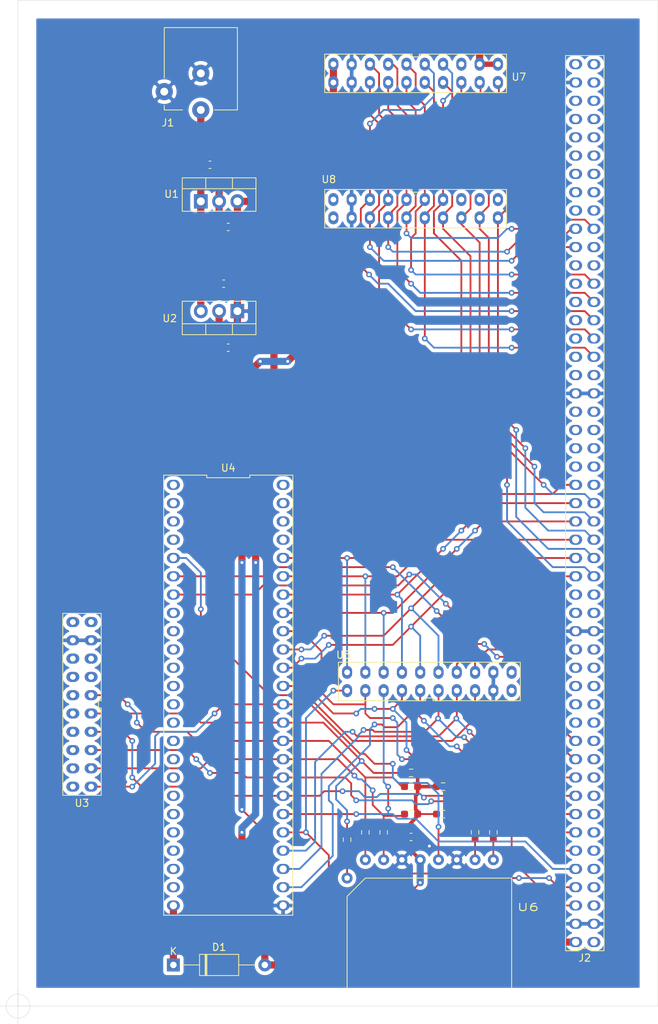
<source format=kicad_pcb>
(kicad_pcb (version 20171130) (host pcbnew "(5.1.9)-1")
  (layers (0 F.Cu signal) (31 B.Cu signal) (34 B.Paste user) (35 F.Paste user) (36 B.SilkS user) (37 F.SilkS user) (38 B.Mask user) (39 F.Mask user) (44 Edge.Cuts user))
  (net 0 "")
  (net 1 "Net-(C1-Pad2)")
  (net 2 GND)
  (net 3 +5V)
  (net 4 +3V3)
  (net 5 "Net-(D1-Pad1)")
  (net 6 "Net-(J2-Pad97)")
  (net 7 "Net-(J2-Pad98)")
  (net 8 "Net-(J2-Pad95)")
  (net 9 "Net-(J2-Pad93)")
  (net 10 "Net-(J2-Pad94)")
  (net 11 "Net-(J2-Pad91)")
  (net 12 "Net-(J2-Pad92)")
  (net 13 "Net-(J2-Pad89)")
  (net 14 "Net-(J2-Pad90)")
  (net 15 "Net-(J2-Pad87)")
  (net 16 "Net-(J2-Pad88)")
  (net 17 "Net-(J2-Pad85)")
  (net 18 "Net-(J2-Pad86)")
  (net 19 "Net-(J2-Pad83)")
  (net 20 "Net-(J2-Pad84)")
  (net 21 "Net-(J2-Pad81)")
  (net 22 "Net-(J2-Pad82)")
  (net 23 /USB0_DAT5)
  (net 24 /USB0_DAT6)
  (net 25 "Net-(J2-Pad77)")
  (net 26 /USB0_DAT7)
  (net 27 "Net-(J2-Pad75)")
  (net 28 "Net-(J2-Pad76)")
  (net 29 /USB0_DIR)
  (net 30 "Net-(J2-Pad74)")
  (net 31 /USB0_NXT)
  (net 32 "Net-(J2-Pad72)")
  (net 33 /USB0_CLK)
  (net 34 "Net-(J2-Pad70)")
  (net 35 /USB0_STP)
  (net 36 "Net-(J2-Pad68)")
  (net 37 /USB0_DAT4)
  (net 38 "Net-(J2-Pad66)")
  (net 39 "Net-(J2-Pad63)")
  (net 40 "Net-(J2-Pad64)")
  (net 41 "Net-(J2-Pad59)")
  (net 42 "Net-(J2-Pad60)")
  (net 43 "Net-(J2-Pad57)")
  (net 44 "Net-(J2-Pad58)")
  (net 45 "Net-(J2-Pad55)")
  (net 46 "Net-(J2-Pad56)")
  (net 47 "Net-(J2-Pad53)")
  (net 48 "Net-(J2-Pad54)")
  (net 49 "Net-(J2-Pad51)")
  (net 50 /DATA_FSS)
  (net 51 /USB0_DAT3)
  (net 52 /DATA_D1)
  (net 53 /USB0_DAT2)
  (net 54 /DATA_D0)
  (net 55 /USB0_DAT1)
  (net 56 /DATA_CLK)
  (net 57 /USB0_DAT0)
  (net 58 /DATA_D3)
  (net 59 /USB0_RST)
  (net 60 /DATA_D2)
  (net 61 "Net-(J2-Pad39)")
  (net 62 "Net-(J2-Pad40)")
  (net 63 "Net-(J2-Pad37)")
  (net 64 "Net-(J2-Pad38)")
  (net 65 "Net-(J2-Pad33)")
  (net 66 "Net-(J2-Pad34)")
  (net 67 "Net-(J2-Pad31)")
  (net 68 "Net-(J2-Pad29)")
  (net 69 "Net-(J2-Pad27)")
  (net 70 "Net-(J2-Pad25)")
  (net 71 "Net-(J2-Pad23)")
  (net 72 /Sig_5)
  (net 73 "Net-(J2-Pad21)")
  (net 74 /Sig_4)
  (net 75 "Net-(J2-Pad19)")
  (net 76 /Sig_3)
  (net 77 "Net-(J2-Pad17)")
  (net 78 /Sig_2)
  (net 79 "Net-(J2-Pad15)")
  (net 80 /Sig_1)
  (net 81 "Net-(J2-Pad13)")
  (net 82 /Sig_0)
  (net 83 "Net-(J2-Pad11)")
  (net 84 /CMD_MISO)
  (net 85 "Net-(J2-Pad9)")
  (net 86 /CMD_MOSI)
  (net 87 "Net-(J2-Pad7)")
  (net 88 /CMD_CS)
  (net 89 "Net-(J2-Pad5)")
  (net 90 /CMD_CLK)
  (net 91 "Net-(J2-Pad1)")
  (net 92 /SD_DAT2)
  (net 93 /SD_DAT3)
  (net 94 /SD_CMD)
  (net 95 /SD_DAT0)
  (net 96 /SD_DAT1)
  (net 97 "Net-(R6-Pad2)")
  (net 98 "Net-(R7-Pad2)")
  (net 99 "Net-(R8-Pad2)")
  (net 100 "Net-(R9-Pad2)")
  (net 101 "Net-(R10-Pad2)")
  (net 102 "Net-(U3-Pad10)")
  (net 103 "Net-(U3-Pad20)")
  (net 104 "Net-(U3-Pad18)")
  (net 105 "Net-(U3-Pad17)")
  (net 106 "Net-(U3-Pad16)")
  (net 107 "Net-(U3-Pad15)")
  (net 108 "Net-(U3-Pad14)")
  (net 109 "Net-(U3-Pad13)")
  (net 110 /SD_CLK)
  (net 111 "Net-(U4-Pad23)")
  (net 112 "Net-(U4-Pad22)")
  (net 113 "Net-(U4-Pad21)")
  (net 114 "Net-(U4-Pad20)")
  (net 115 "Net-(U4-Pad19)")
  (net 116 "Net-(U4-Pad18)")
  (net 117 "Net-(U4-Pad17)")
  (net 118 "Net-(U4-Pad16)")
  (net 119 "Net-(U4-Pad15)")
  (net 120 "Net-(U4-Pad14)")
  (net 121 "Net-(U4-Pad13)")
  (net 122 "Net-(U4-Pad12)")
  (net 123 "Net-(U4-Pad4)")
  (net 124 "Net-(U4-Pad45)")
  (net 125 "Net-(U4-Pad3)")
  (net 126 "Net-(U4-Pad46)")
  (net 127 "Net-(U4-Pad2)")
  (net 128 "Net-(U4-Pad47)")
  (net 129 "Net-(U4-Pad1)")
  (net 130 "Net-(U4-Pad48)")
  (net 131 "Net-(U5-Pad10)")
  (net 132 "Net-(U5-Pad20)")
  (net 133 "Net-(U7-Pad3)")
  (net 134 "Net-(U8-Pad10)")
  (net 135 "Net-(U8-Pad20)")
  (net 136 "Net-(U8-Pad3)")
  (net 137 "Net-(U8-Pad2)")
  (net 138 "Net-(U8-Pad1)")
  (net 139 "Net-(J2-Pad32)")
  (net 140 "Net-(J2-Pad30)")
  (net 141 "Net-(J2-Pad28)")
  (net 142 "Net-(J2-Pad26)")
  (net 143 "Net-(U3-Pad8)")
  (net 144 "Net-(U3-Pad7)")
  (net 145 "Net-(U3-Pad12)")
  (net 146 "Net-(U3-Pad11)")
  (net 147 "Net-(U4-Pad11)")
  (net 148 "Net-(U4-Pad10)")
  (net 149 "Net-(U4-Pad9)")
  (net 150 "Net-(U4-Pad8)")
  (module Resistor_SMD:R_0603_1608Metric_Pad0.98x0.95mm_HandSolder (layer F.Cu) (at 83.82 154.686 270)
    (fp_text reference R6 hide)
    (fp_text value 200)
    (pad 2 smd roundrect (at 0.9125 0 270) (size 0.975 0.95) (layers F.Cu F.Paste F.Mask) (net 97 "Net-(R6-Pad2)"))
    (pad 1 smd roundrect (at -0.9125 0 270) (size 0.975 0.95) (layers F.Cu F.Paste F.Mask) (net 92 /SD_DAT2))
  )
  (module 4wire_sd_breakout:SD_Card_Bare_Wire_Attachment_Pads (layer F.Cu) (at 93.98 157.48)
    (fp_text reference U6 (at 14.986 6.604) (layer F.SilkS) (effects (font (size 1 1.524))))
    (fp_text value SD_Card_Bare_Attachment_Pads hide)
    (pad 9 thru_hole circle (at -10.16 2.54) (size 1.524 1.524) (drill 0.762) (layers *.Cu *.Mask) (net 97 "Net-(R6-Pad2)"))
    (pad 8 thru_hole circle (at 10.16 0) (size 1.524 1.524) (drill 0.762) (layers *.Cu *.Mask) (net 101 "Net-(R10-Pad2)"))
    (pad 7 thru_hole circle (at 7.62 0) (size 1.524 1.524) (drill 0.762) (layers *.Cu *.Mask) (net 100 "Net-(R9-Pad2)"))
    (pad 6 thru_hole circle (at 5.08 0) (size 1.524 1.524) (drill 0.762) (layers *.Cu *.Mask) (net 2 GND))
    (pad 5 thru_hole circle (at 2.54 0) (size 1.524 1.524) (drill 0.762) (layers *.Cu *.Mask) (net 110 /SD_CLK))
    (pad 4 thru_hole circle (at 0 0) (size 1.524 1.524) (drill 0.762) (layers *.Cu *.Mask) (net 4 +3V3))
    (pad 3 thru_hole circle (at -2.54 0) (size 1.524 1.524) (drill 0.762) (layers *.Cu *.Mask) (net 2 GND))
    (pad 2 thru_hole circle (at -5.08 0) (size 1.524 1.524) (drill 0.762) (layers *.Cu *.Mask) (net 99 "Net-(R8-Pad2)"))
    (pad 1 thru_hole circle (at -7.62 0) (size 1.524 1.524) (drill 0.762) (layers *.Cu *.Mask) (net 98 "Net-(R7-Pad2)"))
  )
  (module 4wire_sd_breakout:CMOD_Generic (layer F.Cu) (at 67.31 134.62 270)
    (fp_text reference U4 (at -31.56 0) (layer F.SilkS))
    (fp_text value CMOD_Generic)
    (pad 24 thru_hole oval (at 29.21 7.62 270) (size 1.4 1.8) (drill 1) (layers *.Cu *.Mask) (net 5 "Net-(D1-Pad1)"))
    (pad 25 thru_hole oval (at 29.21 -7.62 270) (size 1.4 1.8) (drill 1) (layers *.Cu *.Mask) (net 2 GND))
    (pad 23 thru_hole oval (at 26.67 7.62 270) (size 1.4 1.8) (drill 1) (layers *.Cu *.Mask) (net 111 "Net-(U4-Pad23)"))
    (pad 26 thru_hole oval (at 26.67 -7.62 270) (size 1.4 1.8) (drill 1) (layers *.Cu *.Mask) (net 82 /Sig_0))
    (pad 22 thru_hole oval (at 24.13 7.62 270) (size 1.4 1.8) (drill 1) (layers *.Cu *.Mask) (net 112 "Net-(U4-Pad22)"))
    (pad 27 thru_hole oval (at 24.13 -7.62 270) (size 1.4 1.8) (drill 1) (layers *.Cu *.Mask) (net 80 /Sig_1))
    (pad 21 thru_hole oval (at 21.59 7.62 270) (size 1.4 1.8) (drill 1) (layers *.Cu *.Mask) (net 113 "Net-(U4-Pad21)"))
    (pad 28 thru_hole oval (at 21.59 -7.62 270) (size 1.4 1.8) (drill 1) (layers *.Cu *.Mask) (net 78 /Sig_2))
    (pad 20 thru_hole oval (at 19.05 7.62 270) (size 1.4 1.8) (drill 1) (layers *.Cu *.Mask) (net 114 "Net-(U4-Pad20)"))
    (pad 29 thru_hole oval (at 19.05 -7.62 270) (size 1.4 1.8) (drill 1) (layers *.Cu *.Mask) (net 88 /CMD_CS))
    (pad 19 thru_hole oval (at 16.51 7.62 270) (size 1.4 1.8) (drill 1) (layers *.Cu *.Mask) (net 115 "Net-(U4-Pad19)"))
    (pad 30 thru_hole oval (at 16.51 -7.62 270) (size 1.4 1.8) (drill 1) (layers *.Cu *.Mask) (net 86 /CMD_MOSI))
    (pad 18 thru_hole oval (at 13.97 7.62 270) (size 1.4 1.8) (drill 1) (layers *.Cu *.Mask) (net 116 "Net-(U4-Pad18)"))
    (pad 31 thru_hole oval (at 13.97 -7.62 270) (size 1.4 1.8) (drill 1) (layers *.Cu *.Mask) (net 96 /SD_DAT1))
    (pad 17 thru_hole oval (at 11.43 7.62 270) (size 1.4 1.8) (drill 1) (layers *.Cu *.Mask) (net 117 "Net-(U4-Pad17)"))
    (pad 32 thru_hole oval (at 11.43 -7.62 270) (size 1.4 1.8) (drill 1) (layers *.Cu *.Mask) (net 95 /SD_DAT0))
    (pad 16 thru_hole oval (at 8.89 7.62 270) (size 1.4 1.8) (drill 1) (layers *.Cu *.Mask) (net 118 "Net-(U4-Pad16)"))
    (pad 33 thru_hole oval (at 8.89 -7.62 270) (size 1.4 1.8) (drill 1) (layers *.Cu *.Mask) (net 94 /SD_CMD))
    (pad 15 thru_hole oval (at 6.35 7.62 270) (size 1.4 1.8) (drill 1) (layers *.Cu *.Mask) (net 119 "Net-(U4-Pad15)"))
    (pad 34 thru_hole oval (at 6.35 -7.62 270) (size 1.4 1.8) (drill 1) (layers *.Cu *.Mask) (net 93 /SD_DAT3))
    (pad 14 thru_hole oval (at 3.81 7.62 270) (size 1.4 1.8) (drill 1) (layers *.Cu *.Mask) (net 120 "Net-(U4-Pad14)"))
    (pad 35 thru_hole oval (at 3.81 -7.62 270) (size 1.4 1.8) (drill 1) (layers *.Cu *.Mask) (net 92 /SD_DAT2))
    (pad 13 thru_hole oval (at 1.27 7.62 270) (size 1.4 1.8) (drill 1) (layers *.Cu *.Mask) (net 121 "Net-(U4-Pad13)"))
    (pad 36 thru_hole oval (at 1.27 -7.62 270) (size 1.4 1.8) (drill 1) (layers *.Cu *.Mask) (net 110 /SD_CLK))
    (pad 12 thru_hole oval (at -1.27 7.62 270) (size 1.4 1.8) (drill 1) (layers *.Cu *.Mask) (net 122 "Net-(U4-Pad12)"))
    (pad 37 thru_hole oval (at -1.27 -7.62 270) (size 1.4 1.8) (drill 1) (layers *.Cu *.Mask) (net 84 /CMD_MISO))
    (pad 11 thru_hole oval (at -3.81 7.62 270) (size 1.4 1.8) (drill 1) (layers *.Cu *.Mask) (net 147 "Net-(U4-Pad11)"))
    (pad 38 thru_hole oval (at -3.81 -7.62 270) (size 1.4 1.8) (drill 1) (layers *.Cu *.Mask) (net 60 /DATA_D2))
    (pad 10 thru_hole oval (at -6.35 7.62 270) (size 1.4 1.8) (drill 1) (layers *.Cu *.Mask) (net 148 "Net-(U4-Pad10)"))
    (pad 39 thru_hole oval (at -6.35 -7.62 270) (size 1.4 1.8) (drill 1) (layers *.Cu *.Mask) (net 58 /DATA_D3))
    (pad 9 thru_hole oval (at -8.89 7.62 270) (size 1.4 1.8) (drill 1) (layers *.Cu *.Mask) (net 149 "Net-(U4-Pad9)"))
    (pad 40 thru_hole oval (at -8.89 -7.62 270) (size 1.4 1.8) (drill 1) (layers *.Cu *.Mask) (net 90 /CMD_CLK))
    (pad 8 thru_hole oval (at -11.43 7.62 270) (size 1.4 1.8) (drill 1) (layers *.Cu *.Mask) (net 150 "Net-(U4-Pad8)"))
    (pad 41 thru_hole oval (at -11.43 -7.62 270) (size 1.4 1.8) (drill 1) (layers *.Cu *.Mask) (net 54 /DATA_D0))
    (pad 7 thru_hole oval (at -13.97 7.62 270) (size 1.4 1.8) (drill 1) (layers *.Cu *.Mask) (net 72 /Sig_5))
    (pad 42 thru_hole oval (at -13.97 -7.62 270) (size 1.4 1.8) (drill 1) (layers *.Cu *.Mask) (net 52 /DATA_D1))
    (pad 6 thru_hole oval (at -16.51 7.62 270) (size 1.4 1.8) (drill 1) (layers *.Cu *.Mask) (net 74 /Sig_4))
    (pad 43 thru_hole oval (at -16.51 -7.62 270) (size 1.4 1.8) (drill 1) (layers *.Cu *.Mask) (net 56 /DATA_CLK))
    (pad 5 thru_hole oval (at -19.05 7.62 270) (size 1.4 1.8) (drill 1) (layers *.Cu *.Mask) (net 76 /Sig_3))
    (pad 44 thru_hole oval (at -19.05 -7.62 270) (size 1.4 1.8) (drill 1) (layers *.Cu *.Mask) (net 50 /DATA_FSS))
    (pad 4 thru_hole oval (at -21.59 7.62 270) (size 1.4 1.8) (drill 1) (layers *.Cu *.Mask) (net 123 "Net-(U4-Pad4)"))
    (pad 45 thru_hole oval (at -21.59 -7.62 270) (size 1.4 1.8) (drill 1) (layers *.Cu *.Mask) (net 124 "Net-(U4-Pad45)"))
    (pad 3 thru_hole oval (at -24.13 7.62 270) (size 1.4 1.8) (drill 1) (layers *.Cu *.Mask) (net 125 "Net-(U4-Pad3)"))
    (pad 46 thru_hole oval (at -24.13 -7.62 270) (size 1.4 1.8) (drill 1) (layers *.Cu *.Mask) (net 126 "Net-(U4-Pad46)"))
    (pad 2 thru_hole oval (at -26.67 7.62 270) (size 1.4 1.8) (drill 1) (layers *.Cu *.Mask) (net 127 "Net-(U4-Pad2)"))
    (pad 47 thru_hole oval (at -26.67 -7.62 270) (size 1.4 1.8) (drill 1) (layers *.Cu *.Mask) (net 128 "Net-(U4-Pad47)"))
    (pad 1 thru_hole oval (at -29.21 7.62 270) (size 1.4 1.8) (drill 1) (layers *.Cu *.Mask) (net 129 "Net-(U4-Pad1)"))
    (pad 48 thru_hole oval (at -29.21 -7.62 270) (size 1.4 1.8) (drill 1) (layers *.Cu *.Mask) (net 130 "Net-(U4-Pad48)"))
  )
  (module 4wire_sd_breakout:LA2016_Logic_Analyzer_Connector (layer F.Cu) (at 93.345 67.056)
    (fp_text reference U8 (at -12.065 -4.064) (layer F.SilkS))
    (fp_text value LA2016_Logic_analyzer_header)
    (pad 10 thru_hole oval (at -11.43 -1.27 180) (size 1.4 1.8) (drill 0.8) (layers *.Cu *.Mask) (net 134 "Net-(U8-Pad10)"))
    (pad 20 thru_hole oval (at -11.43 1.27 180) (size 1.4 1.8) (drill 0.8) (layers *.Cu *.Mask) (net 135 "Net-(U8-Pad20)"))
    (pad 9 thru_hole oval (at -8.89 -1.27 180) (size 1.4 1.8) (drill 0.8) (layers *.Cu *.Mask) (net 2 GND))
    (pad 19 thru_hole oval (at -8.89 1.27 180) (size 1.4 1.8) (drill 0.8) (layers *.Cu *.Mask) (net 2 GND))
    (pad 8 thru_hole oval (at -6.35 -1.27 180) (size 1.4 1.8) (drill 0.8) (layers *.Cu *.Mask) (net 33 /USB0_CLK))
    (pad 18 thru_hole oval (at -6.35 1.27 180) (size 1.4 1.8) (drill 0.8) (layers *.Cu *.Mask) (net 26 /USB0_DAT7))
    (pad 7 thru_hole oval (at -3.81 -1.27 180) (size 1.4 1.8) (drill 0.8) (layers *.Cu *.Mask) (net 35 /USB0_STP))
    (pad 17 thru_hole oval (at -3.81 1.27 180) (size 1.4 1.8) (drill 0.8) (layers *.Cu *.Mask) (net 24 /USB0_DAT6))
    (pad 6 thru_hole oval (at -1.27 -1.27 180) (size 1.4 1.8) (drill 0.8) (layers *.Cu *.Mask) (net 31 /USB0_NXT))
    (pad 16 thru_hole oval (at -1.27 1.27 180) (size 1.4 1.8) (drill 0.8) (layers *.Cu *.Mask) (net 23 /USB0_DAT5))
    (pad 5 thru_hole oval (at 1.27 -1.27 180) (size 1.4 1.8) (drill 0.8) (layers *.Cu *.Mask) (net 29 /USB0_DIR))
    (pad 15 thru_hole oval (at 1.27 1.27 180) (size 1.4 1.8) (drill 0.8) (layers *.Cu *.Mask) (net 37 /USB0_DAT4))
    (pad 4 thru_hole oval (at 3.81 -1.27 180) (size 1.4 1.8) (drill 0.8) (layers *.Cu *.Mask) (net 59 /USB0_RST))
    (pad 14 thru_hole oval (at 3.81 1.27 180) (size 1.4 1.8) (drill 0.8) (layers *.Cu *.Mask) (net 51 /USB0_DAT3))
    (pad 3 thru_hole oval (at 6.35 -1.27 180) (size 1.4 1.8) (drill 0.8) (layers *.Cu *.Mask) (net 136 "Net-(U8-Pad3)"))
    (pad 13 thru_hole oval (at 6.35 1.27 180) (size 1.4 1.8) (drill 0.8) (layers *.Cu *.Mask) (net 53 /USB0_DAT2))
    (pad 2 thru_hole oval (at 8.89 -1.27 180) (size 1.4 1.8) (drill 0.8) (layers *.Cu *.Mask) (net 137 "Net-(U8-Pad2)"))
    (pad 12 thru_hole oval (at 8.89 1.27 180) (size 1.4 1.8) (drill 0.8) (layers *.Cu *.Mask) (net 55 /USB0_DAT1))
    (pad 1 thru_hole oval (at 11.43 -1.27 180) (size 1.4 1.8) (drill 0.8) (layers *.Cu *.Mask) (net 138 "Net-(U8-Pad1)"))
    (pad 11 thru_hole oval (at 11.43 1.27 180) (size 1.4 1.8) (drill 0.8) (layers *.Cu *.Mask) (net 57 /USB0_DAT0))
  )
  (module 4wire_sd_breakout:LA2016_Logic_Analyzer_Connector (layer F.Cu) (at 93.345 48.26)
    (fp_text reference U7 (at 14.351 0.508) (layer F.SilkS))
    (fp_text value USB3300_Breakout_Header)
    (pad 10 thru_hole oval (at -11.43 -1.27 180) (size 1.4 1.8) (drill 0.8) (layers *.Cu *.Mask) (net 4 +3V3))
    (pad 20 thru_hole oval (at -11.43 1.27 180) (size 1.4 1.8) (drill 0.8) (layers *.Cu *.Mask) (net 4 +3V3))
    (pad 9 thru_hole oval (at -8.89 -1.27 180) (size 1.4 1.8) (drill 0.8) (layers *.Cu *.Mask) (net 2 GND))
    (pad 19 thru_hole oval (at -8.89 1.27 180) (size 1.4 1.8) (drill 0.8) (layers *.Cu *.Mask) (net 2 GND))
    (pad 8 thru_hole oval (at -6.35 -1.27 180) (size 1.4 1.8) (drill 0.8) (layers *.Cu *.Mask) (net 35 /USB0_STP))
    (pad 18 thru_hole oval (at -6.35 1.27 180) (size 1.4 1.8) (drill 0.8) (layers *.Cu *.Mask) (net 26 /USB0_DAT7))
    (pad 7 thru_hole oval (at -3.81 -1.27 180) (size 1.4 1.8) (drill 0.8) (layers *.Cu *.Mask) (net 31 /USB0_NXT))
    (pad 17 thru_hole oval (at -3.81 1.27 180) (size 1.4 1.8) (drill 0.8) (layers *.Cu *.Mask) (net 24 /USB0_DAT6))
    (pad 6 thru_hole oval (at -1.27 -1.27 180) (size 1.4 1.8) (drill 0.8) (layers *.Cu *.Mask) (net 29 /USB0_DIR))
    (pad 16 thru_hole oval (at -1.27 1.27 180) (size 1.4 1.8) (drill 0.8) (layers *.Cu *.Mask) (net 23 /USB0_DAT5))
    (pad 5 thru_hole oval (at 1.27 -1.27 180) (size 1.4 1.8) (drill 0.8) (layers *.Cu *.Mask) (net 33 /USB0_CLK))
    (pad 15 thru_hole oval (at 1.27 1.27 180) (size 1.4 1.8) (drill 0.8) (layers *.Cu *.Mask) (net 37 /USB0_DAT4))
    (pad 4 thru_hole oval (at 3.81 -1.27 180) (size 1.4 1.8) (drill 0.8) (layers *.Cu *.Mask) (net 59 /USB0_RST))
    (pad 14 thru_hole oval (at 3.81 1.27 180) (size 1.4 1.8) (drill 0.8) (layers *.Cu *.Mask) (net 51 /USB0_DAT3))
    (pad 3 thru_hole oval (at 6.35 -1.27 180) (size 1.4 1.8) (drill 0.8) (layers *.Cu *.Mask) (net 133 "Net-(U7-Pad3)"))
    (pad 13 thru_hole oval (at 6.35 1.27 180) (size 1.4 1.8) (drill 0.8) (layers *.Cu *.Mask) (net 53 /USB0_DAT2))
    (pad 2 thru_hole oval (at 8.89 -1.27 180) (size 1.4 1.8) (drill 0.8) (layers *.Cu *.Mask) (net 3 +5V))
    (pad 12 thru_hole oval (at 8.89 1.27 180) (size 1.4 1.8) (drill 0.8) (layers *.Cu *.Mask) (net 55 /USB0_DAT1))
    (pad 1 thru_hole oval (at 11.43 -1.27 180) (size 1.4 1.8) (drill 0.8) (layers *.Cu *.Mask) (net 3 +5V))
    (pad 11 thru_hole oval (at 11.43 1.27 180) (size 1.4 1.8) (drill 0.8) (layers *.Cu *.Mask) (net 57 /USB0_DAT0))
  )
  (module 4wire_sd_breakout:LA2016_Logic_Analyzer_Connector (layer F.Cu) (at 95.25 132.715 180)
    (fp_text reference U5 (at 11.938 3.683) (layer F.SilkS))
    (fp_text value LA2016_Logic_analyzer_header)
    (pad 10 thru_hole oval (at -11.43 -1.27) (size 1.4 1.8) (drill 0.8) (layers *.Cu *.Mask) (net 131 "Net-(U5-Pad10)"))
    (pad 20 thru_hole oval (at -11.43 1.27) (size 1.4 1.8) (drill 0.8) (layers *.Cu *.Mask) (net 132 "Net-(U5-Pad20)"))
    (pad 9 thru_hole oval (at -8.89 -1.27) (size 1.4 1.8) (drill 0.8) (layers *.Cu *.Mask) (net 2 GND))
    (pad 19 thru_hole oval (at -8.89 1.27) (size 1.4 1.8) (drill 0.8) (layers *.Cu *.Mask) (net 2 GND))
    (pad 8 thru_hole oval (at -6.35 -1.27) (size 1.4 1.8) (drill 0.8) (layers *.Cu *.Mask) (net 76 /Sig_3))
    (pad 18 thru_hole oval (at -6.35 1.27) (size 1.4 1.8) (drill 0.8) (layers *.Cu *.Mask) (net 72 /Sig_5))
    (pad 7 thru_hole oval (at -3.81 -1.27) (size 1.4 1.8) (drill 0.8) (layers *.Cu *.Mask) (net 78 /Sig_2))
    (pad 17 thru_hole oval (at -3.81 1.27) (size 1.4 1.8) (drill 0.8) (layers *.Cu *.Mask) (net 74 /Sig_4))
    (pad 6 thru_hole oval (at -1.27 -1.27) (size 1.4 1.8) (drill 0.8) (layers *.Cu *.Mask) (net 80 /Sig_1))
    (pad 16 thru_hole oval (at -1.27 1.27) (size 1.4 1.8) (drill 0.8) (layers *.Cu *.Mask) (net 58 /DATA_D3))
    (pad 5 thru_hole oval (at 1.27 -1.27) (size 1.4 1.8) (drill 0.8) (layers *.Cu *.Mask) (net 82 /Sig_0))
    (pad 15 thru_hole oval (at 1.27 1.27) (size 1.4 1.8) (drill 0.8) (layers *.Cu *.Mask) (net 60 /DATA_D2))
    (pad 4 thru_hole oval (at 3.81 -1.27) (size 1.4 1.8) (drill 0.8) (layers *.Cu *.Mask) (net 84 /CMD_MISO))
    (pad 14 thru_hole oval (at 3.81 1.27) (size 1.4 1.8) (drill 0.8) (layers *.Cu *.Mask) (net 52 /DATA_D1))
    (pad 3 thru_hole oval (at 6.35 -1.27) (size 1.4 1.8) (drill 0.8) (layers *.Cu *.Mask) (net 86 /CMD_MOSI))
    (pad 13 thru_hole oval (at 6.35 1.27) (size 1.4 1.8) (drill 0.8) (layers *.Cu *.Mask) (net 54 /DATA_D0))
    (pad 2 thru_hole oval (at 8.89 -1.27) (size 1.4 1.8) (drill 0.8) (layers *.Cu *.Mask) (net 90 /CMD_CLK))
    (pad 12 thru_hole oval (at 8.89 1.27) (size 1.4 1.8) (drill 0.8) (layers *.Cu *.Mask) (net 56 /DATA_CLK))
    (pad 1 thru_hole oval (at 11.43 -1.27) (size 1.4 1.8) (drill 0.8) (layers *.Cu *.Mask) (net 88 /CMD_CS))
    (pad 11 thru_hole oval (at 11.43 1.27) (size 1.4 1.8) (drill 0.8) (layers *.Cu *.Mask) (net 50 /DATA_FSS))
  )
  (module 4wire_sd_breakout:LA2016_Logic_Analyzer_Connector (layer F.Cu) (at 46.99 135.89 270)
    (fp_text reference U3 (at 13.716 0 180) (layer F.SilkS))
    (fp_text value LA2016_Logic_analyzer_header)
    (pad 10 thru_hole oval (at -11.43 -1.27 90) (size 1.4 1.8) (drill 0.8) (layers *.Cu *.Mask) (net 102 "Net-(U3-Pad10)"))
    (pad 20 thru_hole oval (at -11.43 1.27 90) (size 1.4 1.8) (drill 0.8) (layers *.Cu *.Mask) (net 103 "Net-(U3-Pad20)"))
    (pad 9 thru_hole oval (at -8.89 -1.27 90) (size 1.4 1.8) (drill 0.8) (layers *.Cu *.Mask) (net 2 GND))
    (pad 19 thru_hole oval (at -8.89 1.27 90) (size 1.4 1.8) (drill 0.8) (layers *.Cu *.Mask) (net 2 GND))
    (pad 8 thru_hole oval (at -6.35 -1.27 90) (size 1.4 1.8) (drill 0.8) (layers *.Cu *.Mask) (net 143 "Net-(U3-Pad8)"))
    (pad 18 thru_hole oval (at -6.35 1.27 90) (size 1.4 1.8) (drill 0.8) (layers *.Cu *.Mask) (net 104 "Net-(U3-Pad18)"))
    (pad 7 thru_hole oval (at -3.81 -1.27 90) (size 1.4 1.8) (drill 0.8) (layers *.Cu *.Mask) (net 144 "Net-(U3-Pad7)"))
    (pad 17 thru_hole oval (at -3.81 1.27 90) (size 1.4 1.8) (drill 0.8) (layers *.Cu *.Mask) (net 105 "Net-(U3-Pad17)"))
    (pad 6 thru_hole oval (at -1.27 -1.27 90) (size 1.4 1.8) (drill 0.8) (layers *.Cu *.Mask) (net 93 /SD_DAT3))
    (pad 16 thru_hole oval (at -1.27 1.27 90) (size 1.4 1.8) (drill 0.8) (layers *.Cu *.Mask) (net 106 "Net-(U3-Pad16)"))
    (pad 5 thru_hole oval (at 1.27 -1.27 90) (size 1.4 1.8) (drill 0.8) (layers *.Cu *.Mask) (net 92 /SD_DAT2))
    (pad 15 thru_hole oval (at 1.27 1.27 90) (size 1.4 1.8) (drill 0.8) (layers *.Cu *.Mask) (net 107 "Net-(U3-Pad15)"))
    (pad 4 thru_hole oval (at 3.81 -1.27 90) (size 1.4 1.8) (drill 0.8) (layers *.Cu *.Mask) (net 96 /SD_DAT1))
    (pad 14 thru_hole oval (at 3.81 1.27 90) (size 1.4 1.8) (drill 0.8) (layers *.Cu *.Mask) (net 108 "Net-(U3-Pad14)"))
    (pad 3 thru_hole oval (at 6.35 -1.27 90) (size 1.4 1.8) (drill 0.8) (layers *.Cu *.Mask) (net 95 /SD_DAT0))
    (pad 13 thru_hole oval (at 6.35 1.27 90) (size 1.4 1.8) (drill 0.8) (layers *.Cu *.Mask) (net 109 "Net-(U3-Pad13)"))
    (pad 2 thru_hole oval (at 8.89 -1.27 90) (size 1.4 1.8) (drill 0.8) (layers *.Cu *.Mask) (net 94 /SD_CMD))
    (pad 12 thru_hole oval (at 8.89 1.27 90) (size 1.4 1.8) (drill 0.8) (layers *.Cu *.Mask) (net 145 "Net-(U3-Pad12)"))
    (pad 1 thru_hole oval (at 11.43 -1.27 90) (size 1.4 1.8) (drill 0.8) (layers *.Cu *.Mask) (net 110 /SD_CLK))
    (pad 11 thru_hole oval (at 11.43 1.27 90) (size 1.4 1.8) (drill 0.8) (layers *.Cu *.Mask) (net 146 "Net-(U3-Pad11)"))
  )
  (module Package_TO_SOT_THT:TO-220-3_Vertical (layer F.Cu) (at 68.58 81.28 180)
    (fp_text reference U2 (at 9.398 -1.016) (layer F.SilkS))
    (fp_text value LD1117V33)
    (pad 3 thru_hole oval (at 5.08 0 180) (size 1.905 2) (drill 1.1) (layers *.Cu *.Mask) (net 1 "Net-(C1-Pad2)"))
    (pad 2 thru_hole oval (at 2.54 0 180) (size 1.905 2) (drill 1.1) (layers *.Cu *.Mask) (net 4 +3V3))
    (pad 1 thru_hole rect (at 0 0 180) (size 1.905 2) (drill 1.1) (layers *.Cu *.Mask) (net 2 GND))
  )
  (module Package_TO_SOT_THT:TO-220-3_Vertical (layer F.Cu) (at 63.5 66.04)
    (fp_text reference U1 (at -4.064 -1.016) (layer F.SilkS))
    (fp_text value LM7805_TO220)
    (pad 3 thru_hole oval (at 5.08 0) (size 1.905 2) (drill 1.1) (layers *.Cu *.Mask) (net 3 +5V))
    (pad 2 thru_hole oval (at 2.54 0) (size 1.905 2) (drill 1.1) (layers *.Cu *.Mask) (net 2 GND))
    (pad 1 thru_hole rect (at 0 0) (size 1.905 2) (drill 1.1) (layers *.Cu *.Mask) (net 1 "Net-(C1-Pad2)"))
  )
  (module Resistor_SMD:R_0603_1608Metric_Pad0.98x0.95mm_HandSolder (layer F.Cu) (at 104.14 153.67 270)
    (fp_text reference R10 hide)
    (fp_text value 200)
    (pad 2 smd roundrect (at 0.9125 0 270) (size 0.975 0.95) (layers F.Cu F.Paste F.Mask) (net 101 "Net-(R10-Pad2)"))
    (pad 1 smd roundrect (at -0.9125 0 270) (size 0.975 0.95) (layers F.Cu F.Paste F.Mask) (net 96 /SD_DAT1))
  )
  (module Resistor_SMD:R_0603_1608Metric_Pad0.98x0.95mm_HandSolder (layer F.Cu) (at 101.6 153.67 270)
    (fp_text reference R9 hide)
    (fp_text value 200)
    (pad 2 smd roundrect (at 0.9125 0 270) (size 0.975 0.95) (layers F.Cu F.Paste F.Mask) (net 100 "Net-(R9-Pad2)"))
    (pad 1 smd roundrect (at -0.9125 0 270) (size 0.975 0.95) (layers F.Cu F.Paste F.Mask) (net 95 /SD_DAT0))
  )
  (module Resistor_SMD:R_0603_1608Metric_Pad0.98x0.95mm_HandSolder (layer F.Cu) (at 88.9 153.67 270)
    (fp_text reference R8 hide)
    (fp_text value 200)
    (pad 2 smd roundrect (at 0.9125 0 270) (size 0.975 0.95) (layers F.Cu F.Paste F.Mask) (net 99 "Net-(R8-Pad2)"))
    (pad 1 smd roundrect (at -0.9125 0 270) (size 0.975 0.95) (layers F.Cu F.Paste F.Mask) (net 94 /SD_CMD))
  )
  (module Resistor_SMD:R_0603_1608Metric_Pad0.98x0.95mm_HandSolder (layer F.Cu) (at 86.36 153.67 270)
    (fp_text reference R7 hide)
    (fp_text value 200)
    (pad 2 smd roundrect (at 0.9125 0 270) (size 0.975 0.95) (layers F.Cu F.Paste F.Mask) (net 98 "Net-(R7-Pad2)"))
    (pad 1 smd roundrect (at -0.9125 0 270) (size 0.975 0.95) (layers F.Cu F.Paste F.Mask) (net 93 /SD_DAT3))
  )
  (module Resistor_SMD:R_0603_1608Metric_Pad0.98x0.95mm_HandSolder (layer F.Cu) (at 97.155 147.32 180)
    (fp_text reference R5 hide)
    (fp_text value 50k)
    (pad 2 smd roundrect (at 0.9125 0 180) (size 0.975 0.95) (layers F.Cu F.Paste F.Mask) (net 4 +3V3))
    (pad 1 smd roundrect (at -0.9125 0 180) (size 0.975 0.95) (layers F.Cu F.Paste F.Mask) (net 96 /SD_DAT1))
  )
  (module Resistor_SMD:R_0603_1608Metric_Pad0.98x0.95mm_HandSolder (layer F.Cu) (at 97.155 151.13 180)
    (fp_text reference R4 hide)
    (fp_text value 50k)
    (pad 2 smd roundrect (at 0.9125 0 180) (size 0.975 0.95) (layers F.Cu F.Paste F.Mask) (net 4 +3V3))
    (pad 1 smd roundrect (at -0.9125 0 180) (size 0.975 0.95) (layers F.Cu F.Paste F.Mask) (net 95 /SD_DAT0))
  )
  (module Resistor_SMD:R_0603_1608Metric_Pad0.98x0.95mm_HandSolder (layer F.Cu) (at 92.71 151.13)
    (fp_text reference R3 hide)
    (fp_text value 50k)
    (pad 2 smd roundrect (at 0.9125 0) (size 0.975 0.95) (layers F.Cu F.Paste F.Mask) (net 4 +3V3))
    (pad 1 smd roundrect (at -0.9125 0) (size 0.975 0.95) (layers F.Cu F.Paste F.Mask) (net 94 /SD_CMD))
  )
  (module Resistor_SMD:R_0603_1608Metric_Pad0.98x0.95mm_HandSolder (layer F.Cu) (at 92.71 147.32)
    (fp_text reference R2 hide)
    (fp_text value 50k)
    (pad 2 smd roundrect (at 0.9125 0) (size 0.975 0.95) (layers F.Cu F.Paste F.Mask) (net 4 +3V3))
    (pad 1 smd roundrect (at -0.9125 0) (size 0.975 0.95) (layers F.Cu F.Paste F.Mask) (net 93 /SD_DAT3))
  )
  (module Resistor_SMD:R_0603_1608Metric_Pad0.98x0.95mm_HandSolder (layer F.Cu) (at 92.71 145.415)
    (fp_text reference R1 hide)
    (fp_text value 50k)
    (pad 2 smd roundrect (at 0.9125 0) (size 0.975 0.95) (layers F.Cu F.Paste F.Mask) (net 4 +3V3))
    (pad 1 smd roundrect (at -0.9125 0) (size 0.975 0.95) (layers F.Cu F.Paste F.Mask) (net 92 /SD_DAT2))
  )
  (module 4wire_sd_breakout:EK-TM4C1294XL_RevD_Breadboard_Header (layer F.Cu) (at 116.84 107.95 90)
    (fp_text reference J2 (at -63.16 0) (layer F.SilkS))
    (fp_text value EK-TM4C1294XL_RevD_Breadboard_Header)
    (pad 97 thru_hole oval (at 60.96 1.27 90) (size 1.4 1.8) (drill 1) (layers *.Cu *.Mask) (net 6 "Net-(J2-Pad97)"))
    (pad 98 thru_hole oval (at 60.96 -1.27 90) (size 1.4 1.8) (drill 1) (layers *.Cu *.Mask) (net 7 "Net-(J2-Pad98)"))
    (pad 95 thru_hole oval (at 58.42 1.27 90) (size 1.4 1.8) (drill 1) (layers *.Cu *.Mask) (net 8 "Net-(J2-Pad95)"))
    (pad 96 thru_hole oval (at 58.42 -1.27 90) (size 1.4 1.8) (drill 1) (layers *.Cu *.Mask) (net 2 GND))
    (pad 93 thru_hole oval (at 55.88 1.27 90) (size 1.4 1.8) (drill 1) (layers *.Cu *.Mask) (net 9 "Net-(J2-Pad93)"))
    (pad 94 thru_hole oval (at 55.88 -1.27 90) (size 1.4 1.8) (drill 1) (layers *.Cu *.Mask) (net 10 "Net-(J2-Pad94)"))
    (pad 91 thru_hole oval (at 53.34 1.27 90) (size 1.4 1.8) (drill 1) (layers *.Cu *.Mask) (net 11 "Net-(J2-Pad91)"))
    (pad 92 thru_hole oval (at 53.34 -1.27 90) (size 1.4 1.8) (drill 1) (layers *.Cu *.Mask) (net 12 "Net-(J2-Pad92)"))
    (pad 89 thru_hole oval (at 50.8 1.27 90) (size 1.4 1.8) (drill 1) (layers *.Cu *.Mask) (net 13 "Net-(J2-Pad89)"))
    (pad 90 thru_hole oval (at 50.8 -1.27 90) (size 1.4 1.8) (drill 1) (layers *.Cu *.Mask) (net 14 "Net-(J2-Pad90)"))
    (pad 87 thru_hole oval (at 48.26 1.27 90) (size 1.4 1.8) (drill 1) (layers *.Cu *.Mask) (net 15 "Net-(J2-Pad87)"))
    (pad 88 thru_hole oval (at 48.26 -1.27 90) (size 1.4 1.8) (drill 1) (layers *.Cu *.Mask) (net 16 "Net-(J2-Pad88)"))
    (pad 85 thru_hole oval (at 45.72 1.27 90) (size 1.4 1.8) (drill 1) (layers *.Cu *.Mask) (net 17 "Net-(J2-Pad85)"))
    (pad 86 thru_hole oval (at 45.72 -1.27 90) (size 1.4 1.8) (drill 1) (layers *.Cu *.Mask) (net 18 "Net-(J2-Pad86)"))
    (pad 83 thru_hole oval (at 43.18 1.27 90) (size 1.4 1.8) (drill 1) (layers *.Cu *.Mask) (net 19 "Net-(J2-Pad83)"))
    (pad 84 thru_hole oval (at 43.18 -1.27 90) (size 1.4 1.8) (drill 1) (layers *.Cu *.Mask) (net 20 "Net-(J2-Pad84)"))
    (pad 81 thru_hole oval (at 40.64 1.27 90) (size 1.4 1.8) (drill 1) (layers *.Cu *.Mask) (net 21 "Net-(J2-Pad81)"))
    (pad 82 thru_hole oval (at 40.64 -1.27 90) (size 1.4 1.8) (drill 1) (layers *.Cu *.Mask) (net 22 "Net-(J2-Pad82)"))
    (pad 79 thru_hole oval (at 38.1 1.27 90) (size 1.4 1.8) (drill 1) (layers *.Cu *.Mask) (net 23 /USB0_DAT5))
    (pad 80 thru_hole oval (at 38.1 -1.27 90) (size 1.4 1.8) (drill 1) (layers *.Cu *.Mask) (net 24 /USB0_DAT6))
    (pad 77 thru_hole oval (at 35.56 1.27 90) (size 1.4 1.8) (drill 1) (layers *.Cu *.Mask) (net 25 "Net-(J2-Pad77)"))
    (pad 78 thru_hole oval (at 35.56 -1.27 90) (size 1.4 1.8) (drill 1) (layers *.Cu *.Mask) (net 26 /USB0_DAT7))
    (pad 75 thru_hole oval (at 33.02 1.27 90) (size 1.4 1.8) (drill 1) (layers *.Cu *.Mask) (net 27 "Net-(J2-Pad75)"))
    (pad 76 thru_hole oval (at 33.02 -1.27 90) (size 1.4 1.8) (drill 1) (layers *.Cu *.Mask) (net 28 "Net-(J2-Pad76)"))
    (pad 73 thru_hole oval (at 30.48 1.27 90) (size 1.4 1.8) (drill 1) (layers *.Cu *.Mask) (net 29 /USB0_DIR))
    (pad 74 thru_hole oval (at 30.48 -1.27 90) (size 1.4 1.8) (drill 1) (layers *.Cu *.Mask) (net 30 "Net-(J2-Pad74)"))
    (pad 71 thru_hole oval (at 27.94 1.27 90) (size 1.4 1.8) (drill 1) (layers *.Cu *.Mask) (net 31 /USB0_NXT))
    (pad 72 thru_hole oval (at 27.94 -1.27 90) (size 1.4 1.8) (drill 1) (layers *.Cu *.Mask) (net 32 "Net-(J2-Pad72)"))
    (pad 69 thru_hole oval (at 25.4 1.27 90) (size 1.4 1.8) (drill 1) (layers *.Cu *.Mask) (net 33 /USB0_CLK))
    (pad 70 thru_hole oval (at 25.4 -1.27 90) (size 1.4 1.8) (drill 1) (layers *.Cu *.Mask) (net 34 "Net-(J2-Pad70)"))
    (pad 67 thru_hole oval (at 22.86 1.27 90) (size 1.4 1.8) (drill 1) (layers *.Cu *.Mask) (net 35 /USB0_STP))
    (pad 68 thru_hole oval (at 22.86 -1.27 90) (size 1.4 1.8) (drill 1) (layers *.Cu *.Mask) (net 36 "Net-(J2-Pad68)"))
    (pad 65 thru_hole oval (at 20.32 1.27 90) (size 1.4 1.8) (drill 1) (layers *.Cu *.Mask) (net 37 /USB0_DAT4))
    (pad 66 thru_hole oval (at 20.32 -1.27 90) (size 1.4 1.8) (drill 1) (layers *.Cu *.Mask) (net 38 "Net-(J2-Pad66)"))
    (pad 63 thru_hole oval (at 17.78 1.27 90) (size 1.4 1.8) (drill 1) (layers *.Cu *.Mask) (net 39 "Net-(J2-Pad63)"))
    (pad 64 thru_hole oval (at 17.78 -1.27 90) (size 1.4 1.8) (drill 1) (layers *.Cu *.Mask) (net 40 "Net-(J2-Pad64)"))
    (pad 61 thru_hole oval (at 15.24 1.27 90) (size 1.4 1.8) (drill 1) (layers *.Cu *.Mask) (net 2 GND))
    (pad 62 thru_hole oval (at 15.24 -1.27 90) (size 1.4 1.8) (drill 1) (layers *.Cu *.Mask) (net 2 GND))
    (pad 59 thru_hole oval (at 12.7 1.27 90) (size 1.4 1.8) (drill 1) (layers *.Cu *.Mask) (net 41 "Net-(J2-Pad59)"))
    (pad 60 thru_hole oval (at 12.7 -1.27 90) (size 1.4 1.8) (drill 1) (layers *.Cu *.Mask) (net 42 "Net-(J2-Pad60)"))
    (pad 57 thru_hole oval (at 10.16 1.27 90) (size 1.4 1.8) (drill 1) (layers *.Cu *.Mask) (net 43 "Net-(J2-Pad57)"))
    (pad 58 thru_hole oval (at 10.16 -1.27 90) (size 1.4 1.8) (drill 1) (layers *.Cu *.Mask) (net 44 "Net-(J2-Pad58)"))
    (pad 55 thru_hole oval (at 7.62 1.27 90) (size 1.4 1.8) (drill 1) (layers *.Cu *.Mask) (net 45 "Net-(J2-Pad55)"))
    (pad 56 thru_hole oval (at 7.62 -1.27 90) (size 1.4 1.8) (drill 1) (layers *.Cu *.Mask) (net 46 "Net-(J2-Pad56)"))
    (pad 53 thru_hole oval (at 5.08 1.27 90) (size 1.4 1.8) (drill 1) (layers *.Cu *.Mask) (net 47 "Net-(J2-Pad53)"))
    (pad 54 thru_hole oval (at 5.08 -1.27 90) (size 1.4 1.8) (drill 1) (layers *.Cu *.Mask) (net 48 "Net-(J2-Pad54)"))
    (pad 51 thru_hole oval (at 2.54 1.27 90) (size 1.4 1.8) (drill 1) (layers *.Cu *.Mask) (net 49 "Net-(J2-Pad51)"))
    (pad 52 thru_hole oval (at 2.54 -1.27 90) (size 1.4 1.8) (drill 1) (layers *.Cu *.Mask) (net 50 /DATA_FSS))
    (pad 49 thru_hole oval (at 0 1.27 90) (size 1.4 1.8) (drill 1) (layers *.Cu *.Mask) (net 51 /USB0_DAT3))
    (pad 50 thru_hole oval (at 0 -1.27 90) (size 1.4 1.8) (drill 1) (layers *.Cu *.Mask) (net 52 /DATA_D1))
    (pad 47 thru_hole oval (at -2.54 1.27 90) (size 1.4 1.8) (drill 1) (layers *.Cu *.Mask) (net 53 /USB0_DAT2))
    (pad 48 thru_hole oval (at -2.54 -1.27 90) (size 1.4 1.8) (drill 1) (layers *.Cu *.Mask) (net 54 /DATA_D0))
    (pad 45 thru_hole oval (at -5.08 1.27 90) (size 1.4 1.8) (drill 1) (layers *.Cu *.Mask) (net 55 /USB0_DAT1))
    (pad 46 thru_hole oval (at -5.08 -1.27 90) (size 1.4 1.8) (drill 1) (layers *.Cu *.Mask) (net 56 /DATA_CLK))
    (pad 43 thru_hole oval (at -7.62 1.27 90) (size 1.4 1.8) (drill 1) (layers *.Cu *.Mask) (net 57 /USB0_DAT0))
    (pad 44 thru_hole oval (at -7.62 -1.27 90) (size 1.4 1.8) (drill 1) (layers *.Cu *.Mask) (net 58 /DATA_D3))
    (pad 41 thru_hole oval (at -10.16 1.27 90) (size 1.4 1.8) (drill 1) (layers *.Cu *.Mask) (net 59 /USB0_RST))
    (pad 42 thru_hole oval (at -10.16 -1.27 90) (size 1.4 1.8) (drill 1) (layers *.Cu *.Mask) (net 60 /DATA_D2))
    (pad 39 thru_hole oval (at -12.7 1.27 90) (size 1.4 1.8) (drill 1) (layers *.Cu *.Mask) (net 61 "Net-(J2-Pad39)"))
    (pad 40 thru_hole oval (at -12.7 -1.27 90) (size 1.4 1.8) (drill 1) (layers *.Cu *.Mask) (net 62 "Net-(J2-Pad40)"))
    (pad 37 thru_hole oval (at -15.24 1.27 90) (size 1.4 1.8) (drill 1) (layers *.Cu *.Mask) (net 63 "Net-(J2-Pad37)"))
    (pad 38 thru_hole oval (at -15.24 -1.27 90) (size 1.4 1.8) (drill 1) (layers *.Cu *.Mask) (net 64 "Net-(J2-Pad38)"))
    (pad 35 thru_hole oval (at -17.78 1.27 90) (size 1.4 1.8) (drill 1) (layers *.Cu *.Mask) (net 2 GND))
    (pad 36 thru_hole oval (at -17.78 -1.27 90) (size 1.4 1.8) (drill 1) (layers *.Cu *.Mask) (net 2 GND))
    (pad 33 thru_hole oval (at -20.32 1.27 90) (size 1.4 1.8) (drill 1) (layers *.Cu *.Mask) (net 65 "Net-(J2-Pad33)"))
    (pad 34 thru_hole oval (at -20.32 -1.27 90) (size 1.4 1.8) (drill 1) (layers *.Cu *.Mask) (net 66 "Net-(J2-Pad34)"))
    (pad 31 thru_hole oval (at -22.86 1.27 90) (size 1.4 1.8) (drill 1) (layers *.Cu *.Mask) (net 67 "Net-(J2-Pad31)"))
    (pad 32 thru_hole oval (at -22.86 -1.27 90) (size 1.4 1.8) (drill 1) (layers *.Cu *.Mask) (net 139 "Net-(J2-Pad32)"))
    (pad 29 thru_hole oval (at -25.4 1.27 90) (size 1.4 1.8) (drill 1) (layers *.Cu *.Mask) (net 68 "Net-(J2-Pad29)"))
    (pad 30 thru_hole oval (at -25.4 -1.27 90) (size 1.4 1.8) (drill 1) (layers *.Cu *.Mask) (net 140 "Net-(J2-Pad30)"))
    (pad 27 thru_hole oval (at -27.94 1.27 90) (size 1.4 1.8) (drill 1) (layers *.Cu *.Mask) (net 69 "Net-(J2-Pad27)"))
    (pad 28 thru_hole oval (at -27.94 -1.27 90) (size 1.4 1.8) (drill 1) (layers *.Cu *.Mask) (net 141 "Net-(J2-Pad28)"))
    (pad 25 thru_hole oval (at -30.48 1.27 90) (size 1.4 1.8) (drill 1) (layers *.Cu *.Mask) (net 70 "Net-(J2-Pad25)"))
    (pad 26 thru_hole oval (at -30.48 -1.27 90) (size 1.4 1.8) (drill 1) (layers *.Cu *.Mask) (net 142 "Net-(J2-Pad26)"))
    (pad 23 thru_hole oval (at -33.02 1.27 90) (size 1.4 1.8) (drill 1) (layers *.Cu *.Mask) (net 71 "Net-(J2-Pad23)"))
    (pad 24 thru_hole oval (at -33.02 -1.27 90) (size 1.4 1.8) (drill 1) (layers *.Cu *.Mask) (net 72 /Sig_5))
    (pad 21 thru_hole oval (at -35.56 1.27 90) (size 1.4 1.8) (drill 1) (layers *.Cu *.Mask) (net 73 "Net-(J2-Pad21)"))
    (pad 22 thru_hole oval (at -35.56 -1.27 90) (size 1.4 1.8) (drill 1) (layers *.Cu *.Mask) (net 74 /Sig_4))
    (pad 19 thru_hole oval (at -38.1 1.27 90) (size 1.4 1.8) (drill 1) (layers *.Cu *.Mask) (net 75 "Net-(J2-Pad19)"))
    (pad 20 thru_hole oval (at -38.1 -1.27 90) (size 1.4 1.8) (drill 1) (layers *.Cu *.Mask) (net 76 /Sig_3))
    (pad 17 thru_hole oval (at -40.64 1.27 90) (size 1.4 1.8) (drill 1) (layers *.Cu *.Mask) (net 77 "Net-(J2-Pad17)"))
    (pad 18 thru_hole oval (at -40.64 -1.27 90) (size 1.4 1.8) (drill 1) (layers *.Cu *.Mask) (net 78 /Sig_2))
    (pad 15 thru_hole oval (at -43.18 1.27 90) (size 1.4 1.8) (drill 1) (layers *.Cu *.Mask) (net 79 "Net-(J2-Pad15)"))
    (pad 16 thru_hole oval (at -43.18 -1.27 90) (size 1.4 1.8) (drill 1) (layers *.Cu *.Mask) (net 80 /Sig_1))
    (pad 13 thru_hole oval (at -45.72 1.27 90) (size 1.4 1.8) (drill 1) (layers *.Cu *.Mask) (net 81 "Net-(J2-Pad13)"))
    (pad 14 thru_hole oval (at -45.72 -1.27 90) (size 1.4 1.8) (drill 1) (layers *.Cu *.Mask) (net 82 /Sig_0))
    (pad 11 thru_hole oval (at -48.26 1.27 90) (size 1.4 1.8) (drill 1) (layers *.Cu *.Mask) (net 83 "Net-(J2-Pad11)"))
    (pad 12 thru_hole oval (at -48.26 -1.27 90) (size 1.4 1.8) (drill 1) (layers *.Cu *.Mask) (net 84 /CMD_MISO))
    (pad 9 thru_hole oval (at -50.8 1.27 90) (size 1.4 1.8) (drill 1) (layers *.Cu *.Mask) (net 85 "Net-(J2-Pad9)"))
    (pad 10 thru_hole oval (at -50.8 -1.27 90) (size 1.4 1.8) (drill 1) (layers *.Cu *.Mask) (net 86 /CMD_MOSI))
    (pad 7 thru_hole oval (at -53.34 1.27 90) (size 1.4 1.8) (drill 1) (layers *.Cu *.Mask) (net 87 "Net-(J2-Pad7)"))
    (pad 8 thru_hole oval (at -53.34 -1.27 90) (size 1.4 1.8) (drill 1) (layers *.Cu *.Mask) (net 88 /CMD_CS))
    (pad 5 thru_hole oval (at -55.88 1.27 90) (size 1.4 1.8) (drill 1) (layers *.Cu *.Mask) (net 89 "Net-(J2-Pad5)"))
    (pad 6 thru_hole oval (at -55.88 -1.27 90) (size 1.4 1.8) (drill 1) (layers *.Cu *.Mask) (net 90 /CMD_CLK))
    (pad 3 thru_hole oval (at -58.42 1.27 90) (size 1.4 1.8) (drill 1) (layers *.Cu *.Mask) (net 2 GND))
    (pad 4 thru_hole oval (at -58.42 -1.27 90) (size 1.4 1.8) (drill 1) (layers *.Cu *.Mask) (net 2 GND))
    (pad 1 thru_hole oval (at -60.96 1.27 90) (size 1.4 1.8) (drill 1) (layers *.Cu *.Mask) (net 91 "Net-(J2-Pad1)"))
    (pad 2 thru_hole oval (at -60.96 -1.27 90) (size 1.4 1.8) (drill 1) (layers *.Cu *.Mask) (net 3 +5V))
  )
  (module 4wire_sd_breakout:DC_Barrel_Adapter (layer F.Cu) (at 60.96 50.8)
    (fp_text reference J1 (at -2.032 4.318) (layer F.SilkS))
    (fp_text value DC_Barrel_Jack)
    (pad 3 thru_hole circle (at -2.54 0) (size 2.4 2.4) (drill 1.1) (layers *.Cu *.Mask) (net 2 GND))
    (pad 2 thru_hole circle (at 2.54 -2.54) (size 2.4 2.4) (drill 1.1) (layers *.Cu *.Mask) (net 2 GND))
    (pad 1 thru_hole circle (at 2.54 2.54) (size 2.4 2.4) (drill 1.1) (layers *.Cu *.Mask) (net 1 "Net-(C1-Pad2)"))
  )
  (module Diode_THT:D_A-405_P12.70mm_Horizontal (layer F.Cu) (at 59.69 172.085)
    (fp_text reference D1 (at 6.35 -2.47) (layer F.SilkS))
    (fp_text value D)
    (fp_text user K (at 0 -1.9) (layer F.SilkS))
    (pad 2 thru_hole oval (at 12.7 0) (size 1.8 1.8) (drill 0.9) (layers *.Cu *.Mask) (net 3 +5V))
    (pad 1 thru_hole rect (at 0 0) (size 1.8 1.8) (drill 0.9) (layers *.Cu *.Mask) (net 5 "Net-(D1-Pad1)"))
  )
  (module Capacitor_SMD:C_0603_1608Metric_Pad1.08x0.95mm_HandSolder (layer F.Cu) (at 92.71 154.305)
    (fp_text reference C5 hide)
    (fp_text value "0.1 uF" hide)
    (pad 2 smd roundrect (at 0.8625 0) (size 1.075 0.95) (layers F.Cu F.Paste F.Mask) (net 2 GND))
    (pad 1 smd roundrect (at -0.8625 0) (size 1.075 0.95) (layers F.Cu F.Paste F.Mask) (net 4 +3V3))
  )
  (module Capacitor_SMD:C_0603_1608Metric_Pad1.08x0.95mm_HandSolder (layer F.Cu) (at 67.31 86.36 180)
    (fp_text reference C4 hide)
    (fp_text value 10uF)
    (pad 2 smd roundrect (at 0.8625 0 180) (size 1.075 0.95) (layers F.Cu F.Paste F.Mask) (net 4 +3V3))
    (pad 1 smd roundrect (at -0.8625 0 180) (size 1.075 0.95) (layers F.Cu F.Paste F.Mask) (net 2 GND))
  )
  (module Capacitor_SMD:C_0603_1608Metric_Pad1.08x0.95mm_HandSolder (layer F.Cu) (at 66.675 77.47 180)
    (fp_text reference C3 hide)
    (fp_text value 0.1uF)
    (pad 2 smd roundrect (at 0.8625 0 180) (size 1.075 0.95) (layers F.Cu F.Paste F.Mask) (net 1 "Net-(C1-Pad2)"))
    (pad 1 smd roundrect (at -0.8625 0 180) (size 1.075 0.95) (layers F.Cu F.Paste F.Mask) (net 2 GND))
  )
  (module Capacitor_SMD:C_0603_1608Metric_Pad1.08x0.95mm_HandSolder (layer F.Cu) (at 67.31 69.596)
    (fp_text reference C2 hide)
    (fp_text value 0.1uF)
    (pad 2 smd roundrect (at 0.8625 0) (size 1.075 0.95) (layers F.Cu F.Paste F.Mask) (net 3 +5V))
    (pad 1 smd roundrect (at -0.8625 0) (size 1.075 0.95) (layers F.Cu F.Paste F.Mask) (net 2 GND))
  )
  (module Capacitor_SMD:C_0603_1608Metric_Pad1.08x0.95mm_HandSolder (layer F.Cu) (at 64.77 60.96 180)
    (fp_text reference C1 hide)
    (fp_text value 0.33uF)
    (pad 2 smd roundrect (at 0.8625 0 180) (size 1.075 0.95) (layers F.Cu F.Paste F.Mask) (net 1 "Net-(C1-Pad2)"))
    (pad 1 smd roundrect (at -0.8625 0 180) (size 1.075 0.95) (layers F.Cu F.Paste F.Mask) (net 2 GND))
  )
  (target plus (at 38.1 177.8) (size 5) (width 0.05) (layer Edge.Cuts))
  (gr_line (start 50.8 177.8) (end 38.1 177.8) (layer Edge.Cuts) (width 0.05))
  (gr_line (start 50.8 177.8) (end 127 177.8) (layer Edge.Cuts) (width 0.05))
  (gr_line (start 38.1 38.1) (end 38.1 177.8) (layer Edge.Cuts) (width 0.05))
  (gr_line (start 127 38.1) (end 38.1 38.1) (layer Edge.Cuts) (width 0.05))
  (gr_line (start 127 177.8) (end 127 38.1) (layer Edge.Cuts) (width 0.05))
  (segment (start 63.5 77.47) (end 63.5 66.04) (width 1) (layer F.Cu) (net 1))
  (segment (start 63.5 81.28) (end 63.5 77.47) (width 1) (layer F.Cu) (net 1))
  (segment (start 63.9075 60.96) (end 63.5 60.96) (width 1) (layer F.Cu) (net 1))
  (segment (start 63.5 60.96) (end 63.5 66.04) (width 1) (layer F.Cu) (net 1))
  (segment (start 63.5 53.34) (end 63.5 60.96) (width 1) (layer F.Cu) (net 1))
  (segment (start 65.8125 77.47) (end 63.5 77.47) (width 1) (layer F.Cu) (net 1))
  (segment (start 66.04 69.1885) (end 66.4475 69.596) (width 1) (layer F.Cu) (net 2))
  (segment (start 66.04 66.04) (end 66.04 69.1885) (width 1) (layer F.Cu) (net 2))
  (segment (start 65.6325 60.96) (end 65.6325 63.0925) (width 1) (layer F.Cu) (net 2))
  (segment (start 66.04 63.5) (end 66.04 66.04) (width 1) (layer F.Cu) (net 2))
  (segment (start 65.6325 63.0925) (end 66.04 63.5) (width 1) (layer F.Cu) (net 2))
  (segment (start 68.58 78.74) (end 68.58 81.28) (width 1) (layer F.Cu) (net 2))
  (segment (start 67.5375 77.47) (end 68.58 78.74) (width 1) (layer F.Cu) (net 2))
  (segment (start 68.58 85.9525) (end 68.1725 86.36) (width 1) (layer F.Cu) (net 2))
  (segment (start 68.58 81.28) (end 68.58 85.9525) (width 1) (layer F.Cu) (net 2))
  (via (at 95.25 155.575) (size 0.8) (drill 0.4) (layers F.Cu B.Cu) (net 2))
  (segment (start 94.8425 155.575) (end 93.5725 154.305) (width 0.5) (layer F.Cu) (net 2))
  (segment (start 95.25 155.575) (end 94.8425 155.575) (width 0.5) (layer F.Cu) (net 2))
  (segment (start 104.14 133.985) (end 104.14 131.445) (width 0.25) (layer B.Cu) (net 2))
  (segment (start 72.39 172.085) (end 94.361 172.085) (width 1) (layer F.Cu) (net 3))
  (segment (start 97.536 168.91) (end 115.57 168.91) (width 1) (layer F.Cu) (net 3))
  (segment (start 94.361 172.085) (end 97.536 168.91) (width 1) (layer F.Cu) (net 3))
  (segment (start 68.58 69.1885) (end 68.1725 69.596) (width 1) (layer F.Cu) (net 3))
  (segment (start 68.58 66.04) (end 68.58 69.1885) (width 1) (layer F.Cu) (net 3))
  (segment (start 73.66 68.58) (end 73.66 68.58) (width 0.25) (layer F.Cu) (net 3))
  (segment (start 71.12 66.04) (end 68.58 66.04) (width 1) (layer F.Cu) (net 3))
  (segment (start 71.12 101.6) (end 73.66 99.06) (width 1) (layer F.Cu) (net 3))
  (segment (start 73.66 99.06) (end 73.66 68.58) (width 1) (layer F.Cu) (net 3))
  (segment (start 71.12 116.205) (end 71.12 101.6) (width 1) (layer F.Cu) (net 3))
  (via (at 71.12 116.205) (size 0.8) (drill 0.4) (layers F.Cu B.Cu) (net 3))
  (segment (start 104.775 46.99) (end 102.235 46.99) (width 0.75) (layer F.Cu) (net 3))
  (segment (start 102.235 45.085) (end 102.235 46.99) (width 1) (layer F.Cu) (net 3))
  (segment (start 100.965 43.815) (end 102.235 45.085) (width 1) (layer F.Cu) (net 3))
  (segment (start 73.66 49.53) (end 79.375 43.815) (width 1) (layer F.Cu) (net 3))
  (segment (start 79.375 43.815) (end 100.965 43.815) (width 1) (layer F.Cu) (net 3))
  (segment (start 73.66 64.77) (end 73.66 49.53) (width 1) (layer F.Cu) (net 3))
  (segment (start 73.66 64.77) (end 71.755 66.675) (width 1) (layer F.Cu) (net 3))
  (segment (start 71.755 66.675) (end 71.12 66.04) (width 1) (layer F.Cu) (net 3))
  (segment (start 73.66 68.58) (end 71.755 66.675) (width 1) (layer F.Cu) (net 3))
  (segment (start 71.12 150.495) (end 71.12 116.205) (width 1) (layer B.Cu) (net 3))
  (via (at 69.215 153.67) (size 0.8) (drill 0.4) (layers F.Cu B.Cu) (net 3))
  (segment (start 69.215 153.035) (end 71.12 151.13) (width 1) (layer B.Cu) (net 3))
  (segment (start 71.12 151.13) (end 71.12 150.495) (width 1) (layer B.Cu) (net 3))
  (segment (start 72.39 168.91) (end 72.39 172.085) (width 1) (layer F.Cu) (net 3))
  (segment (start 69.215 165.735) (end 72.39 168.91) (width 1) (layer F.Cu) (net 3))
  (segment (start 69.215 153.67) (end 69.215 165.735) (width 1) (layer F.Cu) (net 3))
  (segment (start 69.215 153.035) (end 69.215 153.67) (width 1) (layer B.Cu) (net 3))
  (via (at 75.565 88.265) (size 0.8) (drill 0.4) (layers F.Cu B.Cu) (net 4))
  (via (at 69.215 150.495) (size 0.8) (drill 0.4) (layers F.Cu B.Cu) (net 4))
  (segment (start 91.8475 155.3475) (end 93.98 157.48) (width 0.5) (layer F.Cu) (net 4))
  (segment (start 91.8475 154.305) (end 91.8475 155.3475) (width 0.5) (layer F.Cu) (net 4))
  (segment (start 93.6225 151.384) (end 91.8475 153.2625) (width 0.5) (layer F.Cu) (net 4))
  (segment (start 91.8475 153.2625) (end 91.8475 154.305) (width 0.5) (layer F.Cu) (net 4))
  (segment (start 96.2425 151.13) (end 93.6225 151.13) (width 0.25) (layer F.Cu) (net 4))
  (segment (start 96.2425 147.32) (end 93.6225 147.32) (width 0.5) (layer F.Cu) (net 4))
  (segment (start 93.6225 148.3125) (end 93.345 148.59) (width 0.5) (layer F.Cu) (net 4))
  (segment (start 93.345 150.495) (end 93.345 148.59) (width 0.5) (layer F.Cu) (net 4))
  (segment (start 93.6225 150.7725) (end 93.345 150.495) (width 0.5) (layer F.Cu) (net 4))
  (segment (start 93.6225 151.384) (end 93.6225 150.7725) (width 0.5) (layer F.Cu) (net 4))
  (segment (start 66.4475 86.36) (end 66.4475 84.2275) (width 1) (layer F.Cu) (net 4))
  (segment (start 66.04 83.82) (end 66.04 81.28) (width 1) (layer F.Cu) (net 4))
  (segment (start 66.4475 84.2275) (end 66.04 83.82) (width 1) (layer F.Cu) (net 4))
  (segment (start 93.6225 148.3125) (end 93.6225 147.32) (width 0.5) (layer F.Cu) (net 4))
  (segment (start 93.6225 145.415) (end 93.6225 147.32) (width 0.5) (layer F.Cu) (net 4))
  (segment (start 93.98 160.655) (end 93.98 160.655) (width 1) (layer B.Cu) (net 4))
  (segment (start 93.98 160.655) (end 93.98 160.655) (width 1) (layer B.Cu) (net 4))
  (segment (start 93.98 160.655) (end 93.98 157.48) (width 1) (layer B.Cu) (net 4))
  (via (at 93.98 160.655) (size 0.8) (drill 0.4) (layers F.Cu B.Cu) (net 4))
  (segment (start 93.98 160.655) (end 93.345 161.29) (width 0.25) (layer F.Cu) (net 4))
  (segment (start 93.345 161.29) (end 92.71 161.925) (width 0.25) (layer F.Cu) (net 4))
  (segment (start 92.71 161.925) (end 88.9 161.925) (width 0.25) (layer F.Cu) (net 4))
  (segment (start 88.9 161.925) (end 86.36 164.465) (width 0.25) (layer F.Cu) (net 4))
  (segment (start 86.36 164.465) (end 81.915 164.465) (width 0.25) (layer F.Cu) (net 4))
  (segment (start 81.915 164.465) (end 79.375 167.005) (width 0.25) (layer F.Cu) (net 4))
  (segment (start 79.375 167.005) (end 73.66 167.005) (width 0.25) (layer F.Cu) (net 4))
  (segment (start 73.66 167.005) (end 71.755 165.1) (width 0.25) (layer F.Cu) (net 4))
  (segment (start 71.755 165.1) (end 71.755 153.035) (width 0.25) (layer F.Cu) (net 4))
  (segment (start 71.755 153.035) (end 69.215 150.495) (width 0.25) (layer F.Cu) (net 4))
  (segment (start 69.215 116.205) (end 69.215 116.205) (width 1) (layer B.Cu) (net 4))
  (segment (start 69.215 116.205) (end 69.215 150.495) (width 1) (layer B.Cu) (net 4))
  (via (at 69.215 116.205) (size 0.8) (drill 0.4) (layers F.Cu B.Cu) (net 4))
  (segment (start 69.215 116.205) (end 69.215 101.6) (width 1) (layer F.Cu) (net 4))
  (segment (start 69.215 101.6) (end 66.4475 98.8325) (width 1) (layer F.Cu) (net 4))
  (segment (start 66.4475 86.36) (end 66.4475 88.4925) (width 1) (layer F.Cu) (net 4))
  (segment (start 66.4475 88.4925) (end 66.4475 89.3075) (width 1) (layer F.Cu) (net 4))
  (segment (start 66.4475 89.3075) (end 66.4475 98.8325) (width 1) (layer F.Cu) (net 4))
  (segment (start 69.67 89.535) (end 70.485 89.535) (width 1) (layer F.Cu) (net 4))
  (segment (start 66.675 89.535) (end 69.67 89.535) (width 1) (layer F.Cu) (net 4))
  (segment (start 66.4475 89.3075) (end 66.675 89.535) (width 0.25) (layer F.Cu) (net 4))
  (segment (start 70.485 89.535) (end 71.755 88.265) (width 1) (layer F.Cu) (net 4))
  (segment (start 71.755 88.265) (end 71.755 88.265) (width 1) (layer F.Cu) (net 4))
  (via (at 71.755 88.265) (size 0.8) (drill 0.4) (layers F.Cu B.Cu) (net 4))
  (segment (start 75.565 88.265) (end 71.755 88.265) (width 1) (layer B.Cu) (net 4))
  (segment (start 81.915 51.435) (end 78.105 55.245) (width 1) (layer F.Cu) (net 4))
  (segment (start 78.105 85.725) (end 75.565 88.265) (width 1) (layer F.Cu) (net 4))
  (segment (start 78.105 55.245) (end 78.105 85.725) (width 1) (layer F.Cu) (net 4))
  (segment (start 81.915 46.99) (end 81.915 51.181) (width 1) (layer F.Cu) (net 4))
  (segment (start 81.915 51.181) (end 81.915 51.435) (width 1) (layer F.Cu) (net 4))
  (segment (start 81.915 49.53) (end 81.915 51.181) (width 0.25) (layer F.Cu) (net 4))
  (segment (start 59.69 163.83) (end 59.69 172.085) (width 1) (layer F.Cu) (net 5))
  (segment (start 92.075 67.945) (end 92.075 68.326) (width 0.25) (layer F.Cu) (net 23))
  (segment (start 93.345 66.675) (end 92.075 67.945) (width 0.25) (layer F.Cu) (net 23))
  (segment (start 93.345 53.34) (end 93.345 66.675) (width 0.25) (layer F.Cu) (net 23))
  (segment (start 92.075 52.07) (end 93.345 53.34) (width 0.25) (layer F.Cu) (net 23))
  (segment (start 92.075 49.53) (end 92.075 52.07) (width 0.25) (layer F.Cu) (net 23))
  (segment (start 92.075 70.485) (end 92.075 70.485) (width 0.25) (layer B.Cu) (net 23))
  (via (at 92.075 70.485) (size 0.8) (drill 0.4) (layers F.Cu B.Cu) (net 23))
  (segment (start 116.84 68.58) (end 118.11 69.85) (width 0.25) (layer F.Cu) (net 23))
  (segment (start 114.3 68.58) (end 116.84 68.58) (width 0.25) (layer F.Cu) (net 23))
  (segment (start 113.03 69.85) (end 114.3 68.58) (width 0.25) (layer F.Cu) (net 23))
  (segment (start 106.68 69.85) (end 113.03 69.85) (width 0.25) (layer F.Cu) (net 23))
  (via (at 106.68 69.85) (size 0.8) (drill 0.4) (layers F.Cu B.Cu) (net 23))
  (segment (start 92.71 71.12) (end 92.075 70.485) (width 0.25) (layer B.Cu) (net 23))
  (segment (start 104.775 71.12) (end 92.71 71.12) (width 0.25) (layer B.Cu) (net 23))
  (segment (start 106.68 69.85) (end 106.045 69.85) (width 0.25) (layer B.Cu) (net 23))
  (segment (start 106.045 69.85) (end 104.775 71.12) (width 0.25) (layer B.Cu) (net 23))
  (segment (start 92.075 68.326) (end 92.075 70.485) (width 0.25) (layer F.Cu) (net 23))
  (via (at 106.045 73.025) (size 0.8) (drill 0.4) (layers F.Cu B.Cu) (net 24))
  (segment (start 115.57 69.85) (end 114.935 69.85) (width 0.25) (layer F.Cu) (net 24))
  (segment (start 114.935 69.85) (end 113.665 71.12) (width 0.25) (layer F.Cu) (net 24))
  (segment (start 113.665 71.12) (end 107.95 71.12) (width 0.25) (layer F.Cu) (net 24))
  (segment (start 107.95 71.12) (end 106.68 72.39) (width 0.25) (layer F.Cu) (net 24))
  (segment (start 106.68 72.39) (end 106.045 73.025) (width 0.25) (layer F.Cu) (net 24))
  (segment (start 89.535 72.39) (end 89.535 72.39) (width 0.25) (layer B.Cu) (net 24))
  (via (at 89.535 72.39) (size 0.8) (drill 0.4) (layers F.Cu B.Cu) (net 24))
  (segment (start 90.17 73.025) (end 89.535 72.39) (width 0.25) (layer B.Cu) (net 24))
  (segment (start 106.045 73.025) (end 90.17 73.025) (width 0.25) (layer B.Cu) (net 24))
  (segment (start 89.535 53.34) (end 89.535 49.53) (width 0.25) (layer F.Cu) (net 24))
  (segment (start 90.805 54.61) (end 89.535 53.34) (width 0.25) (layer F.Cu) (net 24))
  (segment (start 90.805 66.675) (end 90.805 54.61) (width 0.25) (layer F.Cu) (net 24))
  (segment (start 90.043 67.437) (end 90.805 66.675) (width 0.25) (layer F.Cu) (net 24))
  (segment (start 89.535 68.326) (end 89.535 72.39) (width 0.25) (layer F.Cu) (net 24))
  (segment (start 90.043 67.818) (end 89.535 68.326) (width 0.25) (layer F.Cu) (net 24))
  (segment (start 90.043 67.437) (end 90.043 67.818) (width 0.25) (layer F.Cu) (net 24))
  (segment (start 86.995 67.818) (end 88.265 66.548) (width 0.25) (layer F.Cu) (net 26))
  (segment (start 88.265 55.245) (end 88.265 66.548) (width 0.25) (layer F.Cu) (net 26))
  (segment (start 86.995 53.975) (end 88.265 55.245) (width 0.25) (layer F.Cu) (net 26))
  (segment (start 86.995 49.53) (end 86.995 53.975) (width 0.25) (layer F.Cu) (net 26))
  (segment (start 86.995 68.326) (end 86.995 67.818) (width 0.25) (layer F.Cu) (net 26))
  (segment (start 115.57 72.39) (end 108.585 72.39) (width 0.25) (layer F.Cu) (net 26))
  (segment (start 108.585 72.39) (end 106.68 74.295) (width 0.25) (layer F.Cu) (net 26))
  (segment (start 106.68 74.295) (end 106.68 74.295) (width 0.25) (layer F.Cu) (net 26))
  (via (at 106.68 74.295) (size 0.8) (drill 0.4) (layers F.Cu B.Cu) (net 26))
  (segment (start 106.68 74.295) (end 88.9 74.295) (width 0.25) (layer B.Cu) (net 26))
  (segment (start 88.9 74.295) (end 86.995 72.39) (width 0.25) (layer B.Cu) (net 26))
  (segment (start 86.995 68.326) (end 86.995 72.39) (width 0.25) (layer F.Cu) (net 26))
  (segment (start 86.995 72.39) (end 86.995 72.39) (width 0.25) (layer F.Cu) (net 26))
  (via (at 86.995 72.39) (size 0.8) (drill 0.4) (layers F.Cu B.Cu) (net 26))
  (segment (start 94.615 65.786) (end 94.615 52.705) (width 0.25) (layer F.Cu) (net 29))
  (segment (start 94.615 52.705) (end 93.345 51.435) (width 0.25) (layer F.Cu) (net 29))
  (segment (start 93.345 51.435) (end 93.345 48.26) (width 0.25) (layer F.Cu) (net 29))
  (segment (start 93.345 48.26) (end 92.075 46.99) (width 0.25) (layer F.Cu) (net 29))
  (segment (start 118.11 77.47) (end 116.84 76.2) (width 0.25) (layer F.Cu) (net 29))
  (segment (start 116.84 76.2) (end 106.68 76.2) (width 0.25) (layer F.Cu) (net 29))
  (segment (start 106.68 76.2) (end 106.68 76.2) (width 0.25) (layer F.Cu) (net 29))
  (via (at 106.68 76.2) (size 0.8) (drill 0.4) (layers F.Cu B.Cu) (net 29))
  (segment (start 106.68 76.2) (end 97.79 76.2) (width 0.25) (layer B.Cu) (net 29))
  (segment (start 97.79 76.2) (end 93.345 76.2) (width 0.25) (layer B.Cu) (net 29))
  (segment (start 93.345 76.2) (end 92.71 75.565) (width 0.25) (layer B.Cu) (net 29))
  (segment (start 92.71 75.565) (end 92.71 75.565) (width 0.25) (layer B.Cu) (net 29))
  (via (at 92.71 75.565) (size 0.8) (drill 0.4) (layers F.Cu B.Cu) (net 29))
  (segment (start 94.615 66.167) (end 94.615 65.786) (width 0.25) (layer F.Cu) (net 29))
  (segment (start 93.345 70.485) (end 93.345 67.437) (width 0.25) (layer F.Cu) (net 29))
  (segment (start 92.71 71.12) (end 93.345 70.485) (width 0.25) (layer F.Cu) (net 29))
  (segment (start 93.345 67.437) (end 94.615 66.167) (width 0.25) (layer F.Cu) (net 29))
  (segment (start 92.71 75.565) (end 92.71 71.12) (width 0.25) (layer F.Cu) (net 29))
  (segment (start 92.075 53.975) (end 92.075 65.786) (width 0.25) (layer F.Cu) (net 31))
  (segment (start 90.805 52.705) (end 92.075 53.975) (width 0.25) (layer F.Cu) (net 31))
  (segment (start 90.805 47.625) (end 90.805 52.705) (width 0.25) (layer F.Cu) (net 31))
  (segment (start 90.17 46.99) (end 90.805 47.625) (width 0.25) (layer F.Cu) (net 31))
  (segment (start 89.535 46.99) (end 90.17 46.99) (width 0.25) (layer F.Cu) (net 31))
  (segment (start 92.075 66.167) (end 92.075 65.786) (width 0.25) (layer F.Cu) (net 31))
  (segment (start 90.805 67.437) (end 92.075 66.167) (width 0.25) (layer F.Cu) (net 31))
  (segment (start 90.805 70.485) (end 90.805 67.437) (width 0.25) (layer F.Cu) (net 31))
  (segment (start 118.11 80.01) (end 116.84 78.74) (width 0.25) (layer F.Cu) (net 31))
  (segment (start 116.84 78.74) (end 106.68 78.74) (width 0.25) (layer F.Cu) (net 31))
  (segment (start 106.68 78.74) (end 106.68 78.74) (width 0.25) (layer F.Cu) (net 31))
  (via (at 106.68 78.74) (size 0.8) (drill 0.4) (layers F.Cu B.Cu) (net 31))
  (segment (start 90.805 70.485) (end 90.805 75.565) (width 0.25) (layer F.Cu) (net 31))
  (segment (start 90.805 75.565) (end 92.71 77.47) (width 0.25) (layer F.Cu) (net 31))
  (segment (start 92.71 77.47) (end 92.71 77.47) (width 0.25) (layer F.Cu) (net 31))
  (via (at 92.71 77.47) (size 0.8) (drill 0.4) (layers F.Cu B.Cu) (net 31))
  (segment (start 93.98 78.74) (end 92.71 77.47) (width 0.25) (layer B.Cu) (net 31))
  (segment (start 106.68 78.74) (end 93.98 78.74) (width 0.25) (layer B.Cu) (net 31))
  (segment (start 94.615 46.99) (end 95.885 48.26) (width 0.25) (layer B.Cu) (net 33))
  (segment (start 95.885 48.26) (end 95.885 51.435) (width 0.25) (layer B.Cu) (net 33))
  (segment (start 95.885 51.435) (end 95.25 52.07) (width 0.25) (layer B.Cu) (net 33))
  (segment (start 95.25 52.07) (end 93.98 53.34) (width 0.25) (layer B.Cu) (net 33))
  (segment (start 93.98 53.34) (end 88.9 53.34) (width 0.25) (layer B.Cu) (net 33))
  (segment (start 88.9 53.34) (end 86.995 55.245) (width 0.25) (layer B.Cu) (net 33))
  (segment (start 86.995 55.245) (end 86.995 55.245) (width 0.25) (layer B.Cu) (net 33))
  (via (at 86.995 55.245) (size 0.8) (drill 0.4) (layers F.Cu B.Cu) (net 33))
  (segment (start 86.995 65.786) (end 86.995 55.245) (width 0.25) (layer F.Cu) (net 33))
  (segment (start 118.11 82.55) (end 116.84 81.28) (width 0.25) (layer F.Cu) (net 33))
  (segment (start 116.84 81.28) (end 106.68 81.28) (width 0.25) (layer F.Cu) (net 33))
  (segment (start 106.68 81.28) (end 106.68 81.28) (width 0.25) (layer F.Cu) (net 33))
  (via (at 106.68 81.28) (size 0.8) (drill 0.4) (layers F.Cu B.Cu) (net 33))
  (via (at 86.868 76.2) (size 0.8) (drill 0.4) (layers F.Cu B.Cu) (net 33))
  (segment (start 85.725 75.057) (end 86.868 76.2) (width 0.25) (layer F.Cu) (net 33))
  (segment (start 85.725 67.056) (end 85.725 75.057) (width 0.25) (layer F.Cu) (net 33))
  (segment (start 86.995 65.786) (end 85.725 67.056) (width 0.25) (layer F.Cu) (net 33))
  (segment (start 93.345 81.28) (end 89.535 77.47) (width 0.25) (layer B.Cu) (net 33))
  (segment (start 106.68 81.28) (end 93.345 81.28) (width 0.25) (layer B.Cu) (net 33))
  (segment (start 88.138 77.47) (end 86.868 76.2) (width 0.25) (layer B.Cu) (net 33))
  (segment (start 89.535 77.47) (end 88.138 77.47) (width 0.25) (layer B.Cu) (net 33))
  (segment (start 88.265 53.975) (end 88.265 48.26) (width 0.25) (layer F.Cu) (net 35))
  (segment (start 89.535 55.245) (end 88.265 53.975) (width 0.25) (layer F.Cu) (net 35))
  (segment (start 89.535 65.786) (end 89.535 55.245) (width 0.25) (layer F.Cu) (net 35))
  (segment (start 86.995 46.99) (end 88.265 48.26) (width 0.25) (layer F.Cu) (net 35))
  (segment (start 118.11 85.09) (end 116.84 83.82) (width 0.25) (layer F.Cu) (net 35))
  (segment (start 116.84 83.82) (end 106.68 83.82) (width 0.25) (layer F.Cu) (net 35))
  (segment (start 106.68 83.82) (end 106.68 83.82) (width 0.25) (layer F.Cu) (net 35))
  (via (at 106.68 83.82) (size 0.8) (drill 0.4) (layers F.Cu B.Cu) (net 35))
  (segment (start 97.79 83.82) (end 106.68 83.82) (width 0.25) (layer B.Cu) (net 35))
  (segment (start 92.71 83.82) (end 97.79 83.82) (width 0.25) (layer B.Cu) (net 35))
  (via (at 92.71 83.82) (size 0.8) (drill 0.4) (layers F.Cu B.Cu) (net 35))
  (segment (start 89.535 66.167) (end 89.535 65.786) (width 0.25) (layer F.Cu) (net 35))
  (segment (start 88.265 67.437) (end 89.535 66.167) (width 0.25) (layer F.Cu) (net 35))
  (segment (start 88.265 79.375) (end 88.265 67.437) (width 0.25) (layer F.Cu) (net 35))
  (segment (start 92.71 83.82) (end 88.265 79.375) (width 0.25) (layer F.Cu) (net 35))
  (segment (start 94.615 49.53) (end 95.885 50.8) (width 0.25) (layer F.Cu) (net 37))
  (segment (start 118.11 87.63) (end 116.84 86.36) (width 0.25) (layer F.Cu) (net 37))
  (segment (start 116.84 86.36) (end 106.68 86.36) (width 0.25) (layer F.Cu) (net 37))
  (segment (start 106.68 86.36) (end 106.68 86.36) (width 0.25) (layer F.Cu) (net 37))
  (via (at 106.68 86.36) (size 0.8) (drill 0.4) (layers F.Cu B.Cu) (net 37))
  (segment (start 106.68 86.36) (end 95.885 86.36) (width 0.25) (layer B.Cu) (net 37))
  (via (at 94.615 85.09) (size 0.8) (drill 0.4) (layers F.Cu B.Cu) (net 37))
  (segment (start 94.615 67.945) (end 94.615 68.326) (width 0.25) (layer F.Cu) (net 37))
  (segment (start 95.885 66.675) (end 94.615 67.945) (width 0.25) (layer F.Cu) (net 37))
  (segment (start 95.885 50.419) (end 95.885 66.675) (width 0.25) (layer F.Cu) (net 37))
  (segment (start 95.885 86.36) (end 94.615 85.09) (width 0.25) (layer B.Cu) (net 37))
  (segment (start 94.615 68.326) (end 94.615 73.787) (width 0.25) (layer F.Cu) (net 37))
  (segment (start 94.615 73.787) (end 94.615 85.09) (width 0.25) (layer F.Cu) (net 37))
  (segment (start 94.615 73.66) (end 94.615 73.787) (width 0.25) (layer F.Cu) (net 37))
  (segment (start 83.82 115.57) (end 74.93 115.57) (width 0.25) (layer F.Cu) (net 50))
  (via (at 83.82 115.57) (size 0.8) (drill 0.4) (layers F.Cu B.Cu) (net 50))
  (segment (start 83.82 115.57) (end 83.82 131.445) (width 0.25) (layer B.Cu) (net 50))
  (segment (start 115.57 105.41) (end 113.665 105.41) (width 0.25) (layer F.Cu) (net 50))
  (segment (start 113.665 105.41) (end 112.939999 106.135001) (width 0.25) (layer F.Cu) (net 50))
  (segment (start 112.939999 106.135001) (end 112.395 106.68) (width 0.25) (layer F.Cu) (net 50))
  (segment (start 112.395 106.68) (end 96.52 106.68) (width 0.25) (layer F.Cu) (net 50))
  (segment (start 87.63 115.57) (end 83.82 115.57) (width 0.25) (layer F.Cu) (net 50))
  (segment (start 96.52 106.68) (end 87.63 115.57) (width 0.25) (layer F.Cu) (net 50))
  (segment (start 98.425 50.8) (end 97.155 49.53) (width 0.25) (layer F.Cu) (net 51))
  (segment (start 98.425 66.675) (end 98.425 50.8) (width 0.25) (layer F.Cu) (net 51))
  (segment (start 97.155 67.945) (end 98.425 66.675) (width 0.25) (layer F.Cu) (net 51))
  (segment (start 97.155 68.326) (end 97.155 67.945) (width 0.25) (layer F.Cu) (net 51))
  (via (at 111.125 105.41) (size 0.8) (drill 0.4) (layers F.Cu B.Cu) (net 51))
  (segment (start 116.84 106.68) (end 118.11 107.95) (width 0.25) (layer B.Cu) (net 51))
  (segment (start 112.395 106.68) (end 116.84 106.68) (width 0.25) (layer B.Cu) (net 51))
  (segment (start 111.125 105.41) (end 112.395 106.68) (width 0.25) (layer B.Cu) (net 51))
  (segment (start 97.155 69.85) (end 97.155 68.326) (width 0.25) (layer F.Cu) (net 51))
  (segment (start 100.965 73.66) (end 97.155 69.85) (width 0.25) (layer F.Cu) (net 51))
  (segment (start 100.965 95.25) (end 100.965 73.66) (width 0.25) (layer F.Cu) (net 51))
  (segment (start 111.125 105.41) (end 100.965 95.25) (width 0.25) (layer F.Cu) (net 51))
  (via (at 99.695 111.76) (size 0.8) (drill 0.4) (layers F.Cu B.Cu) (net 52))
  (segment (start 96.52 114.935) (end 96.52 114.935) (width 0.25) (layer F.Cu) (net 52))
  (segment (start 103.505 107.95) (end 99.695 111.76) (width 0.25) (layer F.Cu) (net 52))
  (segment (start 115.57 107.95) (end 103.505 107.95) (width 0.25) (layer F.Cu) (net 52))
  (segment (start 97.155 114.3) (end 99.695 111.76) (width 0.25) (layer B.Cu) (net 52))
  (segment (start 90.805 120.65) (end 90.805 120.65) (width 0.25) (layer F.Cu) (net 52))
  (segment (start 97.155 114.3) (end 90.805 120.65) (width 0.25) (layer F.Cu) (net 52))
  (via (at 97.155 114.3) (size 0.8) (drill 0.4) (layers F.Cu B.Cu) (net 52))
  (segment (start 90.805 120.65) (end 74.93 120.65) (width 0.25) (layer F.Cu) (net 52))
  (via (at 90.805 120.65) (size 0.8) (drill 0.4) (layers F.Cu B.Cu) (net 52))
  (segment (start 91.44 121.285) (end 90.805 120.65) (width 0.25) (layer B.Cu) (net 52))
  (segment (start 91.44 131.445) (end 91.44 121.285) (width 0.25) (layer B.Cu) (net 52))
  (segment (start 100.965 67.056) (end 99.695 68.326) (width 0.25) (layer F.Cu) (net 53))
  (segment (start 100.965 64.77) (end 100.965 67.056) (width 0.25) (layer F.Cu) (net 53))
  (segment (start 99.695 63.5) (end 100.965 64.77) (width 0.25) (layer F.Cu) (net 53))
  (segment (start 99.695 49.53) (end 99.695 63.5) (width 0.25) (layer F.Cu) (net 53))
  (via (at 109.855 102.87) (size 0.8) (drill 0.4) (layers F.Cu B.Cu) (net 53))
  (segment (start 109.855 107.95) (end 109.855 102.87) (width 0.25) (layer B.Cu) (net 53))
  (segment (start 111.125 109.22) (end 109.855 107.95) (width 0.25) (layer B.Cu) (net 53))
  (segment (start 116.84 109.22) (end 111.125 109.22) (width 0.25) (layer B.Cu) (net 53))
  (segment (start 118.11 110.49) (end 116.84 109.22) (width 0.25) (layer B.Cu) (net 53))
  (segment (start 102.235 71.755) (end 102.235 95.25) (width 0.25) (layer F.Cu) (net 53))
  (segment (start 102.235 95.25) (end 109.855 102.87) (width 0.25) (layer F.Cu) (net 53))
  (segment (start 99.695 69.215) (end 102.235 71.755) (width 0.25) (layer F.Cu) (net 53))
  (segment (start 99.695 68.326) (end 99.695 69.215) (width 0.25) (layer F.Cu) (net 53))
  (segment (start 115.57 110.49) (end 102.87 110.49) (width 0.25) (layer F.Cu) (net 54))
  (segment (start 102.87 110.49) (end 101.6 111.76) (width 0.25) (layer F.Cu) (net 54))
  (segment (start 101.6 111.76) (end 101.6 111.76) (width 0.25) (layer F.Cu) (net 54))
  (via (at 101.6 111.76) (size 0.8) (drill 0.4) (layers F.Cu B.Cu) (net 54))
  (segment (start 101.6 111.76) (end 99.06 114.3) (width 0.25) (layer B.Cu) (net 54))
  (segment (start 99.06 114.3) (end 99.06 114.3) (width 0.25) (layer B.Cu) (net 54))
  (via (at 99.06 114.3) (size 0.8) (drill 0.4) (layers F.Cu B.Cu) (net 54))
  (segment (start 99.06 114.3) (end 90.17 123.19) (width 0.25) (layer F.Cu) (net 54))
  (segment (start 90.17 123.19) (end 88.9 123.19) (width 0.25) (layer F.Cu) (net 54))
  (segment (start 88.9 123.19) (end 74.93 123.19) (width 0.25) (layer F.Cu) (net 54))
  (via (at 88.9 123.19) (size 0.8) (drill 0.4) (layers F.Cu B.Cu) (net 54))
  (segment (start 88.9 123.19) (end 88.9 131.445) (width 0.25) (layer B.Cu) (net 54))
  (segment (start 103.505 53.34) (end 102.362 52.197) (width 0.25) (layer F.Cu) (net 55))
  (via (at 108.585 100.33) (size 0.8) (drill 0.4) (layers F.Cu B.Cu) (net 55))
  (segment (start 102.235 67.945) (end 103.505 66.675) (width 0.25) (layer F.Cu) (net 55))
  (segment (start 102.235 68.326) (end 102.235 67.945) (width 0.25) (layer F.Cu) (net 55))
  (segment (start 103.505 66.675) (end 103.505 53.34) (width 0.25) (layer F.Cu) (net 55))
  (segment (start 116.84 111.76) (end 118.11 113.03) (width 0.25) (layer B.Cu) (net 55))
  (segment (start 111.76 111.76) (end 116.84 111.76) (width 0.25) (layer B.Cu) (net 55))
  (segment (start 108.585 108.585) (end 111.76 111.76) (width 0.25) (layer B.Cu) (net 55))
  (segment (start 108.585 108.585) (end 108.585 100.33) (width 0.25) (layer B.Cu) (net 55))
  (segment (start 103.505 71.12) (end 102.235 69.85) (width 0.25) (layer F.Cu) (net 55))
  (segment (start 102.235 69.85) (end 102.235 68.326) (width 0.25) (layer F.Cu) (net 55))
  (segment (start 108.585 100.33) (end 103.505 95.25) (width 0.25) (layer F.Cu) (net 55))
  (segment (start 103.505 95.25) (end 103.505 71.12) (width 0.25) (layer F.Cu) (net 55))
  (segment (start 102.362 52.197) (end 102.362 49.53) (width 0.25) (layer F.Cu) (net 55))
  (segment (start 95.885 113.03) (end 115.57 113.03) (width 0.25) (layer F.Cu) (net 56))
  (segment (start 90.805 118.11) (end 95.885 113.03) (width 0.25) (layer F.Cu) (net 56))
  (segment (start 86.36 118.11) (end 90.805 118.11) (width 0.25) (layer F.Cu) (net 56))
  (segment (start 74.93 118.11) (end 86.36 118.11) (width 0.25) (layer F.Cu) (net 56))
  (segment (start 86.36 118.11) (end 86.36 118.11) (width 0.25) (layer F.Cu) (net 56))
  (via (at 86.36 118.11) (size 0.8) (drill 0.4) (layers F.Cu B.Cu) (net 56))
  (segment (start 86.36 118.11) (end 86.36 131.445) (width 0.25) (layer B.Cu) (net 56))
  (segment (start 104.902 49.53) (end 104.902 52.197) (width 0.25) (layer F.Cu) (net 57))
  (segment (start 104.902 52.197) (end 106.68 53.975) (width 0.25) (layer F.Cu) (net 57))
  (segment (start 106.68 53.975) (end 106.68 66.548) (width 0.25) (layer F.Cu) (net 57))
  (segment (start 106.553 66.548) (end 104.775 68.326) (width 0.25) (layer F.Cu) (net 57))
  (segment (start 106.68 66.548) (end 106.553 66.548) (width 0.25) (layer F.Cu) (net 57))
  (via (at 107.315 97.79) (size 0.8) (drill 0.4) (layers F.Cu B.Cu) (net 57))
  (segment (start 116.84 114.3) (end 118.11 115.57) (width 0.25) (layer B.Cu) (net 57))
  (segment (start 111.76 114.3) (end 116.84 114.3) (width 0.25) (layer B.Cu) (net 57))
  (segment (start 107.315 109.855) (end 111.76 114.3) (width 0.25) (layer B.Cu) (net 57))
  (segment (start 107.315 97.79) (end 107.315 109.855) (width 0.25) (layer B.Cu) (net 57))
  (segment (start 104.775 95.25) (end 104.775 68.326) (width 0.25) (layer F.Cu) (net 57))
  (segment (start 107.315 97.79) (end 104.775 95.25) (width 0.25) (layer F.Cu) (net 57))
  (segment (start 74.93 128.27) (end 77.47 128.27) (width 0.25) (layer F.Cu) (net 58))
  (segment (start 77.47 128.27) (end 77.47 128.27) (width 0.25) (layer F.Cu) (net 58))
  (via (at 77.47 128.27) (size 0.8) (drill 0.4) (layers F.Cu B.Cu) (net 58))
  (segment (start 77.47 128.27) (end 78.74 128.27) (width 0.25) (layer B.Cu) (net 58))
  (segment (start 78.74 128.27) (end 80.645 126.365) (width 0.25) (layer B.Cu) (net 58))
  (segment (start 80.645 126.365) (end 80.645 126.365) (width 0.25) (layer B.Cu) (net 58))
  (via (at 80.645 126.365) (size 0.8) (drill 0.4) (layers F.Cu B.Cu) (net 58))
  (segment (start 115.57 115.57) (end 99.695 115.57) (width 0.25) (layer F.Cu) (net 58))
  (segment (start 99.695 115.57) (end 92.71 122.555) (width 0.25) (layer F.Cu) (net 58))
  (segment (start 88.9 126.365) (end 80.645 126.365) (width 0.25) (layer F.Cu) (net 58))
  (segment (start 92.71 122.555) (end 88.9 126.365) (width 0.25) (layer F.Cu) (net 58))
  (via (at 92.71 122.555) (size 0.8) (drill 0.4) (layers F.Cu B.Cu) (net 58))
  (segment (start 92.71 122.555) (end 96.52 126.365) (width 0.25) (layer B.Cu) (net 58))
  (segment (start 96.52 126.365) (end 96.52 131.445) (width 0.25) (layer B.Cu) (net 58))
  (segment (start 97.155 46.99) (end 98.425 48.26) (width 0.25) (layer B.Cu) (net 59))
  (segment (start 98.425 48.26) (end 98.425 50.8) (width 0.25) (layer B.Cu) (net 59))
  (segment (start 98.425 50.8) (end 97.155 52.07) (width 0.25) (layer B.Cu) (net 59))
  (segment (start 97.155 52.07) (end 97.155 52.07) (width 0.25) (layer B.Cu) (net 59))
  (via (at 97.155 52.07) (size 0.8) (drill 0.4) (layers F.Cu B.Cu) (net 59))
  (segment (start 97.155 52.07) (end 97.155 65.786) (width 0.25) (layer F.Cu) (net 59))
  (segment (start 118.11 118.11) (end 116.84 116.84) (width 0.25) (layer B.Cu) (net 59))
  (segment (start 116.84 116.84) (end 112.395 116.84) (width 0.25) (layer B.Cu) (net 59))
  (segment (start 112.395 116.84) (end 106.045 110.49) (width 0.25) (layer B.Cu) (net 59))
  (segment (start 106.045 110.49) (end 106.045 105.41) (width 0.25) (layer B.Cu) (net 59))
  (segment (start 106.045 105.41) (end 106.045 105.41) (width 0.25) (layer B.Cu) (net 59))
  (via (at 106.045 105.41) (size 0.8) (drill 0.4) (layers F.Cu B.Cu) (net 59))
  (segment (start 97.155 66.167) (end 97.155 65.786) (width 0.25) (layer F.Cu) (net 59))
  (segment (start 95.885 67.437) (end 97.155 66.167) (width 0.25) (layer F.Cu) (net 59))
  (segment (start 95.885 70.485) (end 95.885 67.437) (width 0.25) (layer F.Cu) (net 59))
  (segment (start 95.885 68.326) (end 95.885 70.485) (width 0.25) (layer F.Cu) (net 59))
  (segment (start 99.695 74.295) (end 95.885 70.485) (width 0.25) (layer F.Cu) (net 59))
  (segment (start 99.695 95.25) (end 99.695 74.295) (width 0.25) (layer F.Cu) (net 59))
  (segment (start 106.045 101.6) (end 99.695 95.25) (width 0.25) (layer F.Cu) (net 59))
  (segment (start 106.045 105.41) (end 106.045 101.6) (width 0.25) (layer F.Cu) (net 59))
  (via (at 81.28 127.635) (size 0.8) (drill 0.4) (layers F.Cu B.Cu) (net 60))
  (via (at 77.47 129.54) (size 0.8) (drill 0.4) (layers F.Cu B.Cu) (net 60))
  (segment (start 76.2 130.81) (end 77.47 129.54) (width 0.25) (layer F.Cu) (net 60))
  (segment (start 74.93 130.81) (end 76.2 130.81) (width 0.25) (layer F.Cu) (net 60))
  (segment (start 79.375 129.54) (end 81.28 127.635) (width 0.25) (layer B.Cu) (net 60))
  (segment (start 77.47 129.54) (end 79.375 129.54) (width 0.25) (layer B.Cu) (net 60))
  (segment (start 81.28 127.635) (end 90.17 127.635) (width 0.25) (layer F.Cu) (net 60))
  (segment (start 99.695 118.11) (end 115.57 118.11) (width 0.25) (layer F.Cu) (net 60))
  (segment (start 90.17 127.635) (end 91.44 126.365) (width 0.25) (layer F.Cu) (net 60))
  (segment (start 91.44 126.365) (end 92.71 125.095) (width 0.25) (layer F.Cu) (net 60))
  (segment (start 92.71 125.095) (end 99.695 118.11) (width 0.25) (layer F.Cu) (net 60))
  (via (at 92.71 125.095) (size 0.8) (drill 0.4) (layers F.Cu B.Cu) (net 60))
  (segment (start 92.71 125.095) (end 93.98 126.365) (width 0.25) (layer B.Cu) (net 60))
  (segment (start 93.98 126.365) (end 93.98 131.445) (width 0.25) (layer B.Cu) (net 60))
  (segment (start 115.37 140.97) (end 111.76 137.36) (width 0.25) (layer F.Cu) (net 72))
  (segment (start 115.57 140.97) (end 115.37 140.97) (width 0.25) (layer F.Cu) (net 72))
  (segment (start 111.76 137.36) (end 111.76 130.81) (width 0.25) (layer F.Cu) (net 72))
  (segment (start 111.76 130.81) (end 109.22 128.27) (width 0.25) (layer F.Cu) (net 72))
  (segment (start 101.6 130.048) (end 101.6 131.445) (width 0.25) (layer F.Cu) (net 72))
  (segment (start 103.378 128.27) (end 101.6 130.048) (width 0.25) (layer F.Cu) (net 72))
  (via (at 92.456 117.856) (size 0.8) (drill 0.4) (layers F.Cu B.Cu) (net 72))
  (segment (start 90.932 119.38) (end 92.456 117.856) (width 0.25) (layer F.Cu) (net 72))
  (segment (start 72.136 119.38) (end 90.932 119.38) (width 0.25) (layer F.Cu) (net 72))
  (segment (start 70.866 120.65) (end 72.136 119.38) (width 0.25) (layer F.Cu) (net 72))
  (segment (start 59.69 120.65) (end 70.866 120.65) (width 0.25) (layer F.Cu) (net 72))
  (segment (start 92.456 117.856) (end 93.472 117.856) (width 0.25) (layer B.Cu) (net 72))
  (segment (start 93.472 117.856) (end 97.536 121.92) (width 0.25) (layer B.Cu) (net 72))
  (segment (start 97.536 121.92) (end 97.536 121.92) (width 0.25) (layer B.Cu) (net 72))
  (via (at 97.536 121.92) (size 0.8) (drill 0.4) (layers F.Cu B.Cu) (net 72))
  (segment (start 97.536 121.92) (end 101.854 126.238) (width 0.25) (layer F.Cu) (net 72))
  (segment (start 101.854 126.238) (end 103.886 126.238) (width 0.25) (layer F.Cu) (net 72))
  (segment (start 103.886 126.238) (end 104.902 127.254) (width 0.25) (layer F.Cu) (net 72))
  (segment (start 104.902 127.254) (end 104.902 128.27) (width 0.25) (layer F.Cu) (net 72))
  (segment (start 104.902 128.27) (end 103.378 128.27) (width 0.25) (layer F.Cu) (net 72))
  (segment (start 109.22 128.27) (end 104.902 128.27) (width 0.25) (layer F.Cu) (net 72))
  (via (at 102.87 127.508) (size 0.8) (drill 0.4) (layers F.Cu B.Cu) (net 74))
  (segment (start 115.57 143.51) (end 115.316 143.51) (width 0.25) (layer F.Cu) (net 74))
  (segment (start 115.316 143.51) (end 109.474 137.668) (width 0.25) (layer F.Cu) (net 74))
  (segment (start 109.474 137.668) (end 109.474 130.556) (width 0.25) (layer F.Cu) (net 74))
  (segment (start 109.474 130.556) (end 109.474 130.556) (width 0.25) (layer F.Cu) (net 74))
  (via (at 104.648 129.286) (size 0.8) (drill 0.4) (layers F.Cu B.Cu) (net 74))
  (segment (start 99.06 130.302) (end 99.06 131.445) (width 0.25) (layer F.Cu) (net 74))
  (segment (start 59.69 118.11) (end 71.882 118.11) (width 0.25) (layer F.Cu) (net 74))
  (segment (start 71.882 118.11) (end 72.136 118.11) (width 0.25) (layer F.Cu) (net 74))
  (segment (start 72.136 118.11) (end 73.406 116.84) (width 0.25) (layer F.Cu) (net 74))
  (segment (start 73.406 116.84) (end 90.17 116.84) (width 0.25) (layer F.Cu) (net 74))
  (segment (start 90.17 116.84) (end 90.17 116.84) (width 0.25) (layer F.Cu) (net 74))
  (via (at 90.17 116.84) (size 0.8) (drill 0.4) (layers F.Cu B.Cu) (net 74))
  (via (at 96.266 122.936) (size 0.8) (drill 0.4) (layers F.Cu B.Cu) (net 74))
  (segment (start 90.17 116.84) (end 96.266 122.936) (width 0.25) (layer B.Cu) (net 74))
  (segment (start 96.266 122.936) (end 101.346 128.016) (width 0.25) (layer F.Cu) (net 74))
  (segment (start 101.346 128.016) (end 99.06 130.302) (width 0.25) (layer F.Cu) (net 74))
  (segment (start 101.854 127.508) (end 101.346 128.016) (width 0.25) (layer F.Cu) (net 74))
  (segment (start 108.204 129.286) (end 109.474 130.556) (width 0.25) (layer F.Cu) (net 74))
  (segment (start 104.648 129.286) (end 108.204 129.286) (width 0.25) (layer F.Cu) (net 74))
  (segment (start 104.648 129.286) (end 102.87 127.508) (width 0.25) (layer B.Cu) (net 74))
  (segment (start 101.854 127.508) (end 102.87 127.508) (width 0.25) (layer F.Cu) (net 74))
  (segment (start 101.6 133.985) (end 101.6 137.795) (width 0.25) (layer F.Cu) (net 76))
  (segment (start 101.6 137.795) (end 109.855 146.05) (width 0.25) (layer F.Cu) (net 76))
  (segment (start 109.855 146.05) (end 110.236 146.05) (width 0.25) (layer F.Cu) (net 76))
  (segment (start 115.57 146.05) (end 109.855 146.05) (width 0.25) (layer F.Cu) (net 76))
  (segment (start 101.6 137.795) (end 98.425 140.97) (width 0.25) (layer F.Cu) (net 76))
  (segment (start 73.025 134.62) (end 78.232 134.62) (width 0.25) (layer F.Cu) (net 76))
  (segment (start 71.12 132.715) (end 73.025 134.62) (width 0.25) (layer F.Cu) (net 76))
  (segment (start 78.232 134.62) (end 84.582 140.97) (width 0.25) (layer F.Cu) (net 76))
  (segment (start 98.425 140.97) (end 84.582 140.97) (width 0.25) (layer F.Cu) (net 76))
  (segment (start 59.69 115.57) (end 61.468 115.57) (width 0.25) (layer B.Cu) (net 76))
  (segment (start 61.468 115.57) (end 63.5 117.602) (width 0.25) (layer B.Cu) (net 76))
  (segment (start 63.5 117.602) (end 63.5 122.682) (width 0.25) (layer B.Cu) (net 76))
  (segment (start 63.5 122.682) (end 63.5 122.682) (width 0.25) (layer B.Cu) (net 76))
  (via (at 63.5 122.682) (size 0.8) (drill 0.4) (layers F.Cu B.Cu) (net 76))
  (segment (start 63.5 125.095) (end 73.025 134.62) (width 0.25) (layer F.Cu) (net 76))
  (segment (start 63.5 122.682) (end 63.5 125.095) (width 0.25) (layer F.Cu) (net 76))
  (via (at 84.582 139.7) (size 0.8) (drill 0.4) (layers F.Cu B.Cu) (net 78))
  (segment (start 99.06 133.985) (end 99.06 137.795) (width 0.25) (layer F.Cu) (net 78))
  (segment (start 74.93 156.21) (end 76.638002 156.21) (width 0.25) (layer B.Cu) (net 78))
  (segment (start 76.638002 156.21) (end 78.105 156.21) (width 0.25) (layer B.Cu) (net 78))
  (segment (start 78.105 156.21) (end 79.375 154.94) (width 0.25) (layer B.Cu) (net 78))
  (segment (start 99.06 137.795) (end 98.9965 137.8585) (width 0.25) (layer F.Cu) (net 78))
  (segment (start 109.855 148.59) (end 115.57 148.59) (width 0.25) (layer F.Cu) (net 78))
  (via (at 98.9965 137.8585) (size 0.8) (drill 0.4) (layers F.Cu B.Cu) (net 78))
  (via (at 100.838 139.7) (size 0.8) (drill 0.4) (layers F.Cu B.Cu) (net 78))
  (segment (start 100.838 139.7) (end 101.092 139.7) (width 0.25) (layer B.Cu) (net 78))
  (segment (start 98.9965 137.8585) (end 100.838 139.7) (width 0.25) (layer B.Cu) (net 78))
  (segment (start 109.728 148.59) (end 109.855 148.59) (width 0.25) (layer F.Cu) (net 78))
  (segment (start 100.838 139.7) (end 109.728 148.59) (width 0.25) (layer F.Cu) (net 78))
  (segment (start 84.582 139.7) (end 83.566 139.7) (width 0.25) (layer B.Cu) (net 78))
  (segment (start 79.375 143.891) (end 79.375 154.94) (width 0.25) (layer B.Cu) (net 78))
  (segment (start 83.566 139.7) (end 79.375 143.891) (width 0.25) (layer B.Cu) (net 78))
  (segment (start 85.217 140.335) (end 84.582 139.7) (width 0.25) (layer F.Cu) (net 78))
  (segment (start 96.52 140.335) (end 85.217 140.335) (width 0.25) (layer F.Cu) (net 78))
  (segment (start 98.9965 137.8585) (end 96.52 140.335) (width 0.25) (layer F.Cu) (net 78))
  (via (at 86.106 139.446) (size 0.8) (drill 0.4) (layers F.Cu B.Cu) (net 80))
  (segment (start 96.52 137.795) (end 96.4565 137.8585) (width 0.25) (layer F.Cu) (net 80))
  (segment (start 96.52 133.985) (end 96.52 137.795) (width 0.25) (layer F.Cu) (net 80))
  (segment (start 80.264 145.542) (end 85.344 140.462) (width 0.25) (layer B.Cu) (net 80))
  (segment (start 80.264 155.702) (end 80.264 145.542) (width 0.25) (layer B.Cu) (net 80))
  (segment (start 77.216 158.75) (end 80.264 155.702) (width 0.25) (layer B.Cu) (net 80))
  (segment (start 74.93 158.75) (end 77.216 158.75) (width 0.25) (layer B.Cu) (net 80))
  (segment (start 85.344 140.208) (end 86.106 139.446) (width 0.25) (layer B.Cu) (net 80))
  (segment (start 85.344 140.462) (end 85.344 140.208) (width 0.25) (layer B.Cu) (net 80))
  (segment (start 115.57 151.13) (end 110.744 151.13) (width 0.25) (layer F.Cu) (net 80))
  (segment (start 110.744 151.13) (end 100.076 140.462) (width 0.25) (layer F.Cu) (net 80))
  (segment (start 100.076 140.462) (end 100.076 140.462) (width 0.25) (layer F.Cu) (net 80))
  (via (at 100.076 140.462) (size 0.8) (drill 0.4) (layers F.Cu B.Cu) (net 80))
  (via (at 96.4565 137.8585) (size 0.8) (drill 0.4) (layers F.Cu B.Cu) (net 80))
  (segment (start 99.06 140.462) (end 96.4565 137.8585) (width 0.25) (layer B.Cu) (net 80))
  (segment (start 100.076 140.462) (end 99.06 140.462) (width 0.25) (layer B.Cu) (net 80))
  (segment (start 87.376 139.446) (end 86.106 139.446) (width 0.25) (layer F.Cu) (net 80))
  (segment (start 87.63 139.7) (end 87.376 139.446) (width 0.25) (layer F.Cu) (net 80))
  (segment (start 94.615 139.7) (end 87.63 139.7) (width 0.25) (layer F.Cu) (net 80))
  (segment (start 96.4565 137.8585) (end 94.615 139.7) (width 0.25) (layer F.Cu) (net 80))
  (via (at 99.06 141.732) (size 0.8) (drill 0.4) (layers F.Cu B.Cu) (net 82))
  (via (at 94.488 138.176) (size 0.8) (drill 0.4) (layers F.Cu B.Cu) (net 82))
  (via (at 87.63 138.684) (size 0.8) (drill 0.4) (layers F.Cu B.Cu) (net 82))
  (segment (start 93.98 133.985) (end 93.98 135.89) (width 0.25) (layer F.Cu) (net 82))
  (segment (start 93.218 136.906) (end 92.964 136.906) (width 0.25) (layer F.Cu) (net 82))
  (segment (start 92.964 136.906) (end 90.805 139.065) (width 0.25) (layer F.Cu) (net 82))
  (segment (start 94.488 138.176) (end 93.218 136.906) (width 0.25) (layer F.Cu) (net 82))
  (segment (start 93.98 135.89) (end 92.964 136.906) (width 0.25) (layer F.Cu) (net 82))
  (segment (start 94.488 138.176) (end 98.044 141.732) (width 0.25) (layer B.Cu) (net 82))
  (segment (start 98.044 141.732) (end 99.06 141.732) (width 0.25) (layer B.Cu) (net 82))
  (segment (start 110.998 153.67) (end 99.06 141.732) (width 0.25) (layer F.Cu) (net 82))
  (segment (start 115.57 153.67) (end 110.998 153.67) (width 0.25) (layer F.Cu) (net 82))
  (segment (start 87.63 138.684) (end 88.646 138.684) (width 0.25) (layer F.Cu) (net 82))
  (segment (start 89.027 139.065) (end 90.805 139.065) (width 0.25) (layer F.Cu) (net 82))
  (segment (start 88.646 138.684) (end 89.027 139.065) (width 0.25) (layer F.Cu) (net 82))
  (segment (start 86.995 139.319) (end 87.63 138.684) (width 0.25) (layer B.Cu) (net 82))
  (segment (start 81.28 147.262998) (end 86.995 141.547998) (width 0.25) (layer B.Cu) (net 82))
  (segment (start 81.824999 149.769999) (end 81.28 149.225) (width 0.25) (layer B.Cu) (net 82))
  (segment (start 86.995 141.547998) (end 86.995 139.319) (width 0.25) (layer B.Cu) (net 82))
  (segment (start 81.824999 156.935001) (end 81.824999 149.769999) (width 0.25) (layer B.Cu) (net 82))
  (segment (start 81.28 149.225) (end 81.28 147.262998) (width 0.25) (layer B.Cu) (net 82))
  (segment (start 77.47 161.29) (end 81.824999 156.935001) (width 0.25) (layer B.Cu) (net 82))
  (segment (start 74.93 161.29) (end 77.47 161.29) (width 0.25) (layer B.Cu) (net 82))
  (via (at 85.09 137.16) (size 0.8) (drill 0.4) (layers F.Cu B.Cu) (net 84))
  (via (at 92.075 142.24) (size 0.8) (drill 0.4) (layers F.Cu B.Cu) (net 84))
  (via (at 87.63 136.525) (size 0.8) (drill 0.4) (layers F.Cu B.Cu) (net 84))
  (segment (start 74.93 133.35) (end 76.835 133.35) (width 0.25) (layer F.Cu) (net 84))
  (segment (start 76.835 133.35) (end 78.105 133.35) (width 0.25) (layer F.Cu) (net 84))
  (segment (start 91.44 135.255) (end 91.44 133.985) (width 0.25) (layer F.Cu) (net 84))
  (segment (start 115.57 156.21) (end 112.395 156.21) (width 0.25) (layer F.Cu) (net 84))
  (segment (start 99.06 142.875) (end 92.71 142.875) (width 0.25) (layer F.Cu) (net 84))
  (segment (start 112.395 156.21) (end 99.06 142.875) (width 0.25) (layer F.Cu) (net 84))
  (segment (start 92.71 142.875) (end 92.075 142.24) (width 0.25) (layer F.Cu) (net 84))
  (segment (start 87.63 136.525) (end 90.17 136.525) (width 0.25) (layer F.Cu) (net 84))
  (segment (start 90.17 136.525) (end 91.44 135.255) (width 0.25) (layer F.Cu) (net 84))
  (segment (start 92.075 142.24) (end 92.075 138.43) (width 0.25) (layer B.Cu) (net 84))
  (segment (start 92.075 138.43) (end 90.17 136.525) (width 0.25) (layer B.Cu) (net 84))
  (segment (start 90.17 136.525) (end 90.17 136.525) (width 0.25) (layer B.Cu) (net 84))
  (via (at 90.17 136.525) (size 0.8) (drill 0.4) (layers F.Cu B.Cu) (net 84))
  (segment (start 87.63 136.525) (end 85.725 136.525) (width 0.25) (layer B.Cu) (net 84))
  (segment (start 85.725 136.525) (end 85.09 137.16) (width 0.25) (layer B.Cu) (net 84))
  (segment (start 81.915 137.16) (end 85.09 137.16) (width 0.25) (layer F.Cu) (net 84))
  (segment (start 78.105 133.35) (end 81.915 137.16) (width 0.25) (layer F.Cu) (net 84))
  (segment (start 89.535 150.495) (end 89.535 150.495) (width 0.25) (layer B.Cu) (net 86))
  (via (at 89.535 150.368) (size 0.8) (drill 0.4) (layers F.Cu B.Cu) (net 86))
  (segment (start 89.535 151.13) (end 89.535 150.495) (width 0.25) (layer B.Cu) (net 86))
  (segment (start 89.535 150.368) (end 89.535 147.955) (width 0.25) (layer F.Cu) (net 86))
  (segment (start 89.535 147.955) (end 89.535 147.32) (width 0.25) (layer F.Cu) (net 86))
  (segment (start 89.535 147.32) (end 89.535 147.32) (width 0.25) (layer F.Cu) (net 86))
  (via (at 89.535 147.32) (size 0.8) (drill 0.4) (layers F.Cu B.Cu) (net 86))
  (segment (start 89.535 147.32) (end 88.9 146.685) (width 0.25) (layer B.Cu) (net 86))
  (segment (start 88.9 146.685) (end 88.9 133.985) (width 0.25) (layer B.Cu) (net 86))
  (segment (start 112.395 158.75) (end 115.57 158.75) (width 0.25) (layer B.Cu) (net 86))
  (segment (start 108.585 154.94) (end 112.395 158.75) (width 0.25) (layer B.Cu) (net 86))
  (segment (start 96.52 154.94) (end 108.585 154.94) (width 0.25) (layer B.Cu) (net 86))
  (segment (start 93.345 151.765) (end 96.52 154.94) (width 0.25) (layer B.Cu) (net 86))
  (segment (start 90.805 151.765) (end 93.345 151.765) (width 0.25) (layer B.Cu) (net 86))
  (segment (start 90.17 151.13) (end 90.805 151.765) (width 0.25) (layer B.Cu) (net 86))
  (segment (start 85.09 151.13) (end 85.09 151.13) (width 0.25) (layer B.Cu) (net 86))
  (segment (start 85.09 151.13) (end 90.17 151.13) (width 0.25) (layer B.Cu) (net 86))
  (via (at 85.09 151.13) (size 0.8) (drill 0.4) (layers F.Cu B.Cu) (net 86))
  (segment (start 74.93 151.13) (end 85.09 151.13) (width 0.25) (layer F.Cu) (net 86))
  (segment (start 106.68 160.02) (end 106.68 160.02) (width 0.25) (layer F.Cu) (net 88))
  (via (at 107.696 160.02) (size 0.8) (drill 0.4) (layers F.Cu B.Cu) (net 88))
  (segment (start 78.105 153.67) (end 78.105 153.67) (width 0.25) (layer F.Cu) (net 88))
  (segment (start 83.82 133.985) (end 81.915 133.985) (width 0.25) (layer F.Cu) (net 88))
  (segment (start 81.915 133.985) (end 81.915 133.985) (width 0.25) (layer F.Cu) (net 88))
  (via (at 81.915 133.985) (size 0.8) (drill 0.4) (layers F.Cu B.Cu) (net 88))
  (via (at 78.105 153.67) (size 0.8) (drill 0.4) (layers F.Cu B.Cu) (net 88))
  (segment (start 81.915 133.985) (end 80.645 135.255) (width 0.25) (layer B.Cu) (net 88))
  (segment (start 78.105 153.67) (end 74.93 153.67) (width 0.25) (layer F.Cu) (net 88))
  (segment (start 78.105 137.795) (end 81.915 133.985) (width 0.25) (layer B.Cu) (net 88))
  (segment (start 78.105 153.67) (end 78.105 137.795) (width 0.25) (layer B.Cu) (net 88))
  (segment (start 81.28 156.845) (end 78.105 153.67) (width 0.25) (layer F.Cu) (net 88))
  (segment (start 81.28 161.29) (end 81.28 156.845) (width 0.25) (layer F.Cu) (net 88))
  (segment (start 82.55 162.56) (end 81.28 161.29) (width 0.25) (layer F.Cu) (net 88))
  (segment (start 85.725 162.56) (end 82.55 162.56) (width 0.25) (layer F.Cu) (net 88))
  (segment (start 88.265 160.02) (end 85.725 162.56) (width 0.25) (layer F.Cu) (net 88))
  (segment (start 92.075 160.02) (end 88.265 160.02) (width 0.25) (layer F.Cu) (net 88))
  (segment (start 92.71 159.385) (end 92.075 160.02) (width 0.25) (layer F.Cu) (net 88))
  (segment (start 95.25 159.385) (end 92.71 159.385) (width 0.25) (layer F.Cu) (net 88))
  (segment (start 95.885 160.02) (end 95.25 159.385) (width 0.25) (layer F.Cu) (net 88))
  (segment (start 107.696 160.02) (end 95.885 160.02) (width 0.25) (layer F.Cu) (net 88))
  (segment (start 111.887 160.02) (end 107.696 160.02) (width 0.25) (layer B.Cu) (net 88))
  (via (at 111.887 160.02) (size 0.8) (drill 0.4) (layers F.Cu B.Cu) (net 88))
  (segment (start 113.157 161.29) (end 115.57 161.29) (width 0.25) (layer F.Cu) (net 88))
  (segment (start 111.887 160.02) (end 113.157 161.29) (width 0.25) (layer F.Cu) (net 88))
  (via (at 90.17 137.795) (size 0.8) (drill 0.4) (layers F.Cu B.Cu) (net 90))
  (segment (start 113.03 163.83) (end 106.68 157.48) (width 0.25) (layer F.Cu) (net 90))
  (segment (start 115.57 163.83) (end 113.03 163.83) (width 0.25) (layer F.Cu) (net 90))
  (segment (start 91.44 143.51) (end 91.44 143.51) (width 0.25) (layer F.Cu) (net 90))
  (segment (start 91.44 143.51) (end 96.52 143.51) (width 0.25) (layer F.Cu) (net 90))
  (segment (start 96.52 143.51) (end 98.425 143.51) (width 0.25) (layer F.Cu) (net 90))
  (segment (start 98.425 143.51) (end 106.68 151.765) (width 0.25) (layer F.Cu) (net 90))
  (segment (start 106.68 151.765) (end 106.68 157.48) (width 0.25) (layer F.Cu) (net 90))
  (segment (start 91.44 143.51) (end 91.567 143.51) (width 0.25) (layer F.Cu) (net 90))
  (via (at 91.44 143.51) (size 0.8) (drill 0.4) (layers F.Cu B.Cu) (net 90))
  (segment (start 91.44 143.51) (end 90.805 142.875) (width 0.25) (layer B.Cu) (net 90))
  (segment (start 90.805 138.43) (end 90.17 137.795) (width 0.25) (layer B.Cu) (net 90))
  (segment (start 90.805 142.875) (end 90.805 138.43) (width 0.25) (layer B.Cu) (net 90))
  (segment (start 81.915 135.89) (end 86.36 135.89) (width 0.25) (layer F.Cu) (net 90))
  (segment (start 80.264 134.239) (end 81.915 135.89) (width 0.25) (layer F.Cu) (net 90))
  (segment (start 80.264 128.524) (end 80.264 134.239) (width 0.25) (layer F.Cu) (net 90))
  (segment (start 77.47 125.73) (end 80.264 128.524) (width 0.25) (layer F.Cu) (net 90))
  (segment (start 74.93 125.73) (end 77.47 125.73) (width 0.25) (layer F.Cu) (net 90))
  (segment (start 86.36 133.985) (end 86.36 135.89) (width 0.25) (layer F.Cu) (net 90))
  (segment (start 86.995 137.795) (end 90.17 137.795) (width 0.25) (layer F.Cu) (net 90))
  (segment (start 86.36 137.16) (end 86.995 137.795) (width 0.25) (layer F.Cu) (net 90))
  (segment (start 86.36 135.89) (end 86.36 137.16) (width 0.25) (layer F.Cu) (net 90))
  (via (at 85.852 143.764) (size 0.8) (drill 0.4) (layers F.Cu B.Cu) (net 92))
  (segment (start 91.7975 145.415) (end 87.503 145.415) (width 0.25) (layer F.Cu) (net 92))
  (segment (start 80.518 138.43) (end 80.772 138.684) (width 0.25) (layer F.Cu) (net 92))
  (segment (start 74.93 138.43) (end 80.518 138.43) (width 0.25) (layer F.Cu) (net 92))
  (segment (start 87.503 145.415) (end 80.772 138.684) (width 0.25) (layer F.Cu) (net 92))
  (segment (start 83.82 153.7735) (end 83.82 152.146) (width 0.25) (layer F.Cu) (net 92))
  (segment (start 83.82 152.146) (end 83.82 152.146) (width 0.25) (layer F.Cu) (net 92))
  (via (at 83.82 152.146) (size 0.8) (drill 0.4) (layers F.Cu B.Cu) (net 92))
  (segment (start 83.82 152.146) (end 83.82 150.622) (width 0.25) (layer B.Cu) (net 92))
  (segment (start 83.82 150.622) (end 82.296 149.098) (width 0.25) (layer B.Cu) (net 92))
  (segment (start 82.296 147.262998) (end 85.794998 143.764) (width 0.25) (layer B.Cu) (net 92))
  (segment (start 82.296 149.098) (end 82.296 147.262998) (width 0.25) (layer B.Cu) (net 92))
  (segment (start 63.5 138.43) (end 74.93 138.43) (width 0.25) (layer F.Cu) (net 92))
  (segment (start 62.23 137.16) (end 63.5 138.43) (width 0.25) (layer F.Cu) (net 92))
  (segment (start 48.26 137.16) (end 62.23 137.16) (width 0.25) (layer F.Cu) (net 92))
  (via (at 53.34 135.89) (size 0.8) (drill 0.4) (layers F.Cu B.Cu) (net 93))
  (segment (start 86.36 147.828) (end 86.36 152.7575) (width 0.25) (layer F.Cu) (net 93))
  (segment (start 86.36 147.32) (end 86.36 147.828) (width 0.25) (layer F.Cu) (net 93))
  (segment (start 86.36 146.812) (end 86.36 147.32) (width 0.25) (layer F.Cu) (net 93))
  (segment (start 54.61 138.43) (end 54.61 138.43) (width 0.25) (layer F.Cu) (net 93))
  (via (at 54.61 138.43) (size 0.8) (drill 0.4) (layers F.Cu B.Cu) (net 93))
  (segment (start 52.07 134.62) (end 53.34 135.89) (width 0.25) (layer F.Cu) (net 93))
  (segment (start 50.8 134.62) (end 52.07 134.62) (width 0.25) (layer F.Cu) (net 93))
  (segment (start 53.34 135.89) (end 54.61 137.16) (width 0.25) (layer B.Cu) (net 93))
  (segment (start 54.61 137.16) (end 54.61 138.43) (width 0.25) (layer B.Cu) (net 93))
  (segment (start 86.36 146.05) (end 86.36 146.812) (width 0.25) (layer F.Cu) (net 93))
  (segment (start 81.28 140.97) (end 86.36 146.05) (width 0.25) (layer F.Cu) (net 93))
  (segment (start 74.93 140.97) (end 81.28 140.97) (width 0.25) (layer F.Cu) (net 93))
  (segment (start 86.741 146.05) (end 86.36 146.05) (width 0.25) (layer F.Cu) (net 93))
  (segment (start 90.17 146.05) (end 86.741 146.05) (width 0.25) (layer F.Cu) (net 93))
  (segment (start 91.44 147.32) (end 90.17 146.05) (width 0.25) (layer F.Cu) (net 93))
  (segment (start 91.7975 147.32) (end 91.44 147.32) (width 0.25) (layer F.Cu) (net 93))
  (segment (start 48.26 134.62) (end 50.8 134.62) (width 0.25) (layer F.Cu) (net 93))
  (segment (start 62.865 140.97) (end 74.93 140.97) (width 0.25) (layer F.Cu) (net 93))
  (segment (start 61.595 139.7) (end 62.865 140.97) (width 0.25) (layer F.Cu) (net 93))
  (segment (start 55.88 139.7) (end 61.595 139.7) (width 0.25) (layer F.Cu) (net 93))
  (segment (start 54.61 138.43) (end 55.88 139.7) (width 0.25) (layer F.Cu) (net 93))
  (segment (start 85.344 146.304) (end 85.852 146.304) (width 0.25) (layer B.Cu) (net 94))
  (segment (start 85.852 146.304) (end 86.839499 147.291499) (width 0.25) (layer B.Cu) (net 94))
  (segment (start 91.5435 151.384) (end 91.7975 151.13) (width 0.25) (layer F.Cu) (net 94))
  (segment (start 88.9 151.384) (end 91.5435 151.384) (width 0.25) (layer F.Cu) (net 94))
  (segment (start 88.9 152.7575) (end 88.9 151.384) (width 0.25) (layer F.Cu) (net 94))
  (segment (start 88.9 151.384) (end 87.376 149.86) (width 0.25) (layer F.Cu) (net 94))
  (segment (start 87.376 149.86) (end 87.376 147.828) (width 0.25) (layer F.Cu) (net 94))
  (segment (start 87.376 147.828) (end 87.376 147.828) (width 0.25) (layer F.Cu) (net 94))
  (segment (start 87.376 147.828) (end 87.376 147.828) (width 0.25) (layer F.Cu) (net 94))
  (via (at 87.376 147.828) (size 0.8) (drill 0.4) (layers F.Cu B.Cu) (net 94))
  (segment (start 86.839499 147.291499) (end 87.376 147.828) (width 0.25) (layer B.Cu) (net 94))
  (segment (start 85.344 146.304) (end 84.836 145.796) (width 0.25) (layer B.Cu) (net 94))
  (segment (start 84.836 145.796) (end 84.836 145.796) (width 0.25) (layer B.Cu) (net 94))
  (via (at 84.836 145.796) (size 0.8) (drill 0.4) (layers F.Cu B.Cu) (net 94))
  (segment (start 82.55 143.51) (end 84.836 145.796) (width 0.25) (layer F.Cu) (net 94))
  (segment (start 74.93 143.51) (end 82.55 143.51) (width 0.25) (layer F.Cu) (net 94))
  (segment (start 64.77 143.51) (end 74.93 143.51) (width 0.25) (layer F.Cu) (net 94))
  (segment (start 63.5 144.78) (end 64.77 143.51) (width 0.25) (layer F.Cu) (net 94))
  (segment (start 48.26 144.78) (end 63.5 144.78) (width 0.25) (layer F.Cu) (net 94))
  (via (at 95.504 149.352) (size 0.8) (drill 0.4) (layers F.Cu B.Cu) (net 95))
  (segment (start 101.6 152.4) (end 101.6 152.7575) (width 0.25) (layer F.Cu) (net 95))
  (segment (start 99.695 150.495) (end 99.06 151.13) (width 0.25) (layer F.Cu) (net 95))
  (segment (start 99.695 150.495) (end 99.695 150.495) (width 0.25) (layer F.Cu) (net 95))
  (segment (start 99.06 151.13) (end 98.0675 151.13) (width 0.25) (layer F.Cu) (net 95))
  (segment (start 99.695 150.495) (end 101.6 152.4) (width 0.25) (layer F.Cu) (net 95))
  (segment (start 97.028 149.352) (end 95.504 149.352) (width 0.25) (layer F.Cu) (net 95))
  (segment (start 98.552 149.352) (end 97.028 149.352) (width 0.25) (layer F.Cu) (net 95))
  (segment (start 99.695 150.495) (end 98.552 149.352) (width 0.25) (layer F.Cu) (net 95))
  (segment (start 85.09 149.225) (end 85.09 149.225) (width 0.25) (layer F.Cu) (net 95))
  (via (at 85.09 149.225) (size 0.8) (drill 0.4) (layers F.Cu B.Cu) (net 95))
  (segment (start 95.104001 149.751999) (end 95.504 149.352) (width 0.25) (layer B.Cu) (net 95))
  (segment (start 93.363999 149.751999) (end 95.104001 149.751999) (width 0.25) (layer B.Cu) (net 95))
  (segment (start 92.837 149.225) (end 93.363999 149.751999) (width 0.25) (layer B.Cu) (net 95))
  (segment (start 85.09 149.225) (end 92.837 149.225) (width 0.25) (layer B.Cu) (net 95))
  (segment (start 62.865 143.51) (end 62.865 143.51) (width 0.25) (layer F.Cu) (net 95))
  (via (at 62.865 143.51) (size 0.8) (drill 0.4) (layers F.Cu B.Cu) (net 95))
  (segment (start 62.865 143.51) (end 64.77 145.415) (width 0.25) (layer B.Cu) (net 95))
  (segment (start 64.77 145.415) (end 64.77 145.415) (width 0.25) (layer B.Cu) (net 95))
  (via (at 64.77 145.415) (size 0.8) (drill 0.4) (layers F.Cu B.Cu) (net 95))
  (segment (start 64.77 145.415) (end 69.215 145.415) (width 0.25) (layer F.Cu) (net 95))
  (segment (start 69.85 146.05) (end 74.93 146.05) (width 0.25) (layer F.Cu) (net 95))
  (segment (start 69.215 145.415) (end 69.85 146.05) (width 0.25) (layer F.Cu) (net 95))
  (segment (start 84.3915 148.5265) (end 85.09 149.225) (width 0.25) (layer F.Cu) (net 95))
  (segment (start 84.3915 146.8755) (end 84.3915 148.5265) (width 0.25) (layer F.Cu) (net 95))
  (segment (start 83.566 146.05) (end 84.3915 146.8755) (width 0.25) (layer F.Cu) (net 95))
  (segment (start 74.93 146.05) (end 83.566 146.05) (width 0.25) (layer F.Cu) (net 95))
  (segment (start 61.595 142.24) (end 62.865 143.51) (width 0.25) (layer F.Cu) (net 95))
  (segment (start 48.26 142.24) (end 61.595 142.24) (width 0.25) (layer F.Cu) (net 95))
  (segment (start 104.14 152.4) (end 104.14 152.7575) (width 0.25) (layer F.Cu) (net 96))
  (segment (start 100.33 148.59) (end 104.14 152.4) (width 0.25) (layer F.Cu) (net 96))
  (segment (start 98.0675 147.32) (end 99.06 147.32) (width 0.25) (layer F.Cu) (net 96))
  (segment (start 99.695 147.955) (end 99.695 148.59) (width 0.25) (layer F.Cu) (net 96))
  (segment (start 99.06 147.32) (end 99.695 147.955) (width 0.25) (layer F.Cu) (net 96))
  (segment (start 99.695 148.59) (end 100.33 148.59) (width 0.25) (layer F.Cu) (net 96))
  (via (at 83.185 147.955) (size 0.8) (drill 0.4) (layers F.Cu B.Cu) (net 96))
  (segment (start 74.93 148.59) (end 70.485 148.59) (width 0.25) (layer F.Cu) (net 96))
  (segment (start 70.485 148.59) (end 62.865 148.59) (width 0.25) (layer F.Cu) (net 96))
  (segment (start 62.865 148.59) (end 61.595 147.32) (width 0.25) (layer F.Cu) (net 96))
  (segment (start 61.595 147.32) (end 56.515 147.32) (width 0.25) (layer F.Cu) (net 96))
  (segment (start 56.515 147.32) (end 55.245 147.32) (width 0.25) (layer F.Cu) (net 96))
  (segment (start 55.245 147.32) (end 53.975 146.05) (width 0.25) (layer F.Cu) (net 96))
  (segment (start 53.975 146.05) (end 53.975 146.05) (width 0.25) (layer F.Cu) (net 96))
  (via (at 53.975 146.05) (size 0.8) (drill 0.4) (layers F.Cu B.Cu) (net 96))
  (segment (start 53.975 140.97) (end 53.975 140.97) (width 0.25) (layer F.Cu) (net 96))
  (via (at 53.975 140.97) (size 0.8) (drill 0.4) (layers F.Cu B.Cu) (net 96))
  (segment (start 53.975 140.97) (end 53.975 146.05) (width 0.25) (layer B.Cu) (net 96))
  (segment (start 52.705 139.7) (end 53.975 140.97) (width 0.25) (layer F.Cu) (net 96))
  (segment (start 48.26 139.7) (end 52.705 139.7) (width 0.25) (layer F.Cu) (net 96))
  (segment (start 74.93 148.59) (end 80.01 148.59) (width 0.25) (layer F.Cu) (net 96))
  (segment (start 80.01 148.59) (end 80.645 147.955) (width 0.25) (layer F.Cu) (net 96))
  (segment (start 80.645 147.955) (end 83.185 147.955) (width 0.25) (layer F.Cu) (net 96))
  (segment (start 88.392 148.336) (end 87.95301 148.77499) (width 0.25) (layer B.Cu) (net 96))
  (segment (start 94.488 148.844) (end 94.488 148.717) (width 0.25) (layer F.Cu) (net 96))
  (segment (start 94.615 148.59) (end 99.695 148.59) (width 0.25) (layer F.Cu) (net 96))
  (segment (start 94.488 148.844) (end 93.98 148.336) (width 0.25) (layer B.Cu) (net 96))
  (segment (start 93.98 148.336) (end 88.392 148.336) (width 0.25) (layer B.Cu) (net 96))
  (segment (start 87.95301 148.77499) (end 86.29099 148.77499) (width 0.25) (layer B.Cu) (net 96))
  (segment (start 94.488 148.717) (end 94.615 148.59) (width 0.25) (layer F.Cu) (net 96))
  (segment (start 86.29099 148.77499) (end 85.852 148.336) (width 0.25) (layer B.Cu) (net 96))
  (via (at 94.488 148.844) (size 0.8) (drill 0.4) (layers F.Cu B.Cu) (net 96))
  (segment (start 85.471 147.955) (end 86.29099 148.77499) (width 0.25) (layer B.Cu) (net 96))
  (segment (start 83.185 147.955) (end 85.471 147.955) (width 0.25) (layer B.Cu) (net 96))
  (segment (start 83.82 155.5985) (end 83.82 160.02) (width 0.25) (layer F.Cu) (net 97))
  (segment (start 86.36 154.5825) (end 86.36 157.48) (width 0.25) (layer F.Cu) (net 98))
  (segment (start 88.9 154.5825) (end 88.9 157.48) (width 0.25) (layer F.Cu) (net 99))
  (segment (start 101.6 154.5825) (end 101.6 157.48) (width 0.25) (layer F.Cu) (net 100))
  (segment (start 104.14 157.48) (end 104.14 154.5825) (width 0.25) (layer F.Cu) (net 101))
  (via (at 96.52 152.908) (size 0.8) (drill 0.4) (layers F.Cu B.Cu) (net 110))
  (segment (start 96.52 152.908) (end 96.52 153.67) (width 0.25) (layer F.Cu) (net 110))
  (segment (start 96.52 153.67) (end 96.52 157.48) (width 0.25) (layer F.Cu) (net 110))
  (segment (start 96.52 152.908) (end 96.52 148.336) (width 0.25) (layer B.Cu) (net 110))
  (segment (start 96.52 148.336) (end 94.996 146.812) (width 0.25) (layer B.Cu) (net 110))
  (segment (start 90.932 146.812) (end 90.424 146.304) (width 0.25) (layer B.Cu) (net 110))
  (segment (start 94.996 146.812) (end 90.932 146.812) (width 0.25) (layer B.Cu) (net 110))
  (segment (start 90.424 146.304) (end 90.805 146.685) (width 0.25) (layer B.Cu) (net 110))
  (segment (start 50.8 147.32) (end 53.975 147.32) (width 0.25) (layer F.Cu) (net 110))
  (segment (start 53.975 147.32) (end 53.975 147.32) (width 0.25) (layer F.Cu) (net 110))
  (via (at 53.975 147.32) (size 0.8) (drill 0.4) (layers F.Cu B.Cu) (net 110))
  (segment (start 65.405 137.16) (end 65.405 137.16) (width 0.25) (layer B.Cu) (net 110))
  (via (at 65.405 137.16) (size 0.8) (drill 0.4) (layers F.Cu B.Cu) (net 110))
  (segment (start 66.675 135.89) (end 65.405 137.16) (width 0.25) (layer F.Cu) (net 110))
  (segment (start 74.93 135.89) (end 66.675 135.89) (width 0.25) (layer F.Cu) (net 110))
  (via (at 90.17 144.145) (size 0.8) (drill 0.4) (layers F.Cu B.Cu) (net 110))
  (segment (start 90.17 146.05) (end 90.932 146.812) (width 0.25) (layer B.Cu) (net 110))
  (segment (start 90.17 144.145) (end 90.17 146.05) (width 0.25) (layer B.Cu) (net 110))
  (segment (start 78.74 135.89) (end 74.93 135.89) (width 0.25) (layer F.Cu) (net 110))
  (segment (start 85.598 142.748) (end 78.74 135.89) (width 0.25) (layer F.Cu) (net 110))
  (segment (start 86.233 142.748) (end 85.598 142.748) (width 0.25) (layer F.Cu) (net 110))
  (segment (start 87.63 144.145) (end 86.233 142.748) (width 0.25) (layer F.Cu) (net 110))
  (segment (start 90.17 144.145) (end 87.63 144.145) (width 0.25) (layer F.Cu) (net 110))
  (segment (start 48.26 147.32) (end 50.8 147.32) (width 0.25) (layer F.Cu) (net 110))
  (segment (start 62.865 139.7) (end 65.405 137.16) (width 0.25) (layer B.Cu) (net 110))
  (segment (start 62.865 139.7) (end 62.23 139.7) (width 0.25) (layer B.Cu) (net 110))
  (segment (start 62.23 139.7) (end 62.62001 139.7) (width 0.25) (layer B.Cu) (net 110))
  (segment (start 57.15 140.335) (end 57.785 139.7) (width 0.25) (layer B.Cu) (net 110))
  (segment (start 57.15 144.145) (end 57.15 140.335) (width 0.25) (layer B.Cu) (net 110))
  (segment (start 57.785 139.7) (end 62.23 139.7) (width 0.25) (layer B.Cu) (net 110))
  (segment (start 53.975 147.32) (end 57.15 144.145) (width 0.25) (layer B.Cu) (net 110))
  (zone (net 2) (net_name GND) (layer B.Cu) (connect_pads (clearance 0.508)) (min_thickness 0.254) (fill yes (arc_segments 32) (thermal_gap 0.508) (thermal_bridge_width 0.508))
    (polygon (pts (xy 124.46 175.26) (xy 40.64 175.26) (xy 40.64 40.64) (xy 124.46 40.64)))
  )
  (zone (net 0) (net_name "") (layer B.Cu) (connect_pads (clearance 0.508)) (min_thickness 0.254)
    (keepout (tracks allowed) (vias allowed) (copperpour not_allowed))
    (fill (arc_segments 32) (thermal_gap 0.508) (thermal_bridge_width 0.508))
    (polygon (pts (xy 101.092 127.508) (xy 103.759 127.508) (xy 104.775 128.524) (xy 106.68 130.175) (xy 106.68 130.81) (xy 101.092 130.81)))
    (polygon (pts (xy 86.868 117.348) (xy 86.36 123.19) (xy 90.805 123.19) (xy 90.64625 116.84) (xy 93.472 116.84) (xy 97.79 121.92) (xy 91.44 128.27) (xy 91.44 131.445) (xy 83.82 131.445) (xy 83.82 114.935)))
  )
  (zone (net 0) (net_name "") (layer B.Cu) (connect_pads (clearance 0.508)) (min_thickness 0.254)
    (keepout (tracks allowed) (vias allowed) (copperpour not_allowed))
    (fill (arc_segments 32) (thermal_gap 0.508) (thermal_bridge_width 0.508))
    (polygon (pts (xy 100.838 139.7) (xy 99.06 141.986) (xy 98.044 141.732) (xy 94.488 138.176) (xy 96.52 137.922) (xy 99.06 137.922)))
  )
  (zone (net 0) (net_name "") (layer B.Cu) (connect_pads (clearance 0.508)) (min_thickness 0.254)
    (keepout (tracks allowed) (vias allowed) (copperpour not_allowed))
    (fill (arc_segments 32) (thermal_gap 0.508) (thermal_bridge_width 0.508))
    (polygon (pts (xy 90.17 74.295) (xy 88.265 74.295) (xy 86.995 72.39) (xy 89.535 72.39)))
  )
  (zone (net 0) (net_name "") (layer B.Cu) (connect_pads (clearance 0.508)) (min_thickness 0.254)
    (keepout (tracks allowed) (vias allowed) (copperpour not_allowed))
    (fill (arc_segments 32) (thermal_gap 0.508) (thermal_bridge_width 0.508))
    (polygon (pts (xy 106.68 78.74) (xy 93.345 78.74) (xy 92.71 76.2) (xy 106.68 76.2)))
  )
  (zone (net 0) (net_name "") (layer B.Cu) (connect_pads (clearance 0.508)) (min_thickness 0.254)
    (keepout (tracks allowed) (vias allowed) (copperpour not_allowed))
    (fill (arc_segments 32) (thermal_gap 0.508) (thermal_bridge_width 0.508))
    (polygon (pts (xy 106.68 86.36) (xy 95.885 86.36) (xy 94.615 85.09) (xy 94.615 83.82) (xy 106.68 83.82)))
  )
  (zone (net 0) (net_name "") (layer B.Cu) (connect_pads (clearance 0.508)) (min_thickness 0.254)
    (keepout (tracks allowed) (vias allowed) (copperpour not_allowed))
    (fill (arc_segments 32) (thermal_gap 0.508) (thermal_bridge_width 0.508))
    (polygon (pts (xy 107.188 73.9775) (xy 90.17 73.8505) (xy 90.17 72.39) (xy 92.202 70.485) (xy 107.188 70.358)))
  )
)
</source>
